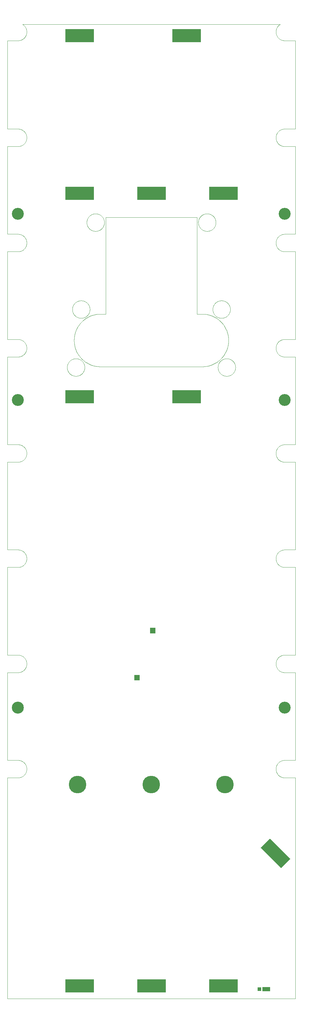
<source format=gts>
G75*
%MOIN*%
%OFA0B0*%
%FSLAX25Y25*%
%IPPOS*%
%LPD*%
%AMOC8*
5,1,8,0,0,1.08239X$1,22.5*
%
%ADD10C,0.19685*%
%ADD11C,0.09375*%
%ADD12C,0.00000*%
%ADD13R,0.32296X0.14580*%
%ADD14R,0.08674X0.05131*%
%ADD15R,0.03950X0.03950*%
%ADD16C,0.13383*%
%ADD17C,0.13461*%
%ADD18R,0.03778X0.03778*%
D10*
X0180955Y0311229D03*
X0263632Y0311229D03*
X0346309Y0311229D03*
D11*
X0413239Y0397844D03*
X0413239Y0742922D03*
X0413239Y0952174D03*
X0114026Y0952174D03*
X0114026Y0742922D03*
X0114026Y0397844D03*
D12*
X0102215Y0071072D02*
X0425050Y0071072D01*
X0425050Y0319015D01*
X0413239Y0319015D01*
X0413239Y0319014D02*
X0412999Y0319017D01*
X0412760Y0319026D01*
X0412521Y0319040D01*
X0412282Y0319061D01*
X0412043Y0319087D01*
X0411806Y0319119D01*
X0411569Y0319157D01*
X0411333Y0319200D01*
X0411099Y0319249D01*
X0410866Y0319304D01*
X0410634Y0319365D01*
X0410403Y0319431D01*
X0410175Y0319503D01*
X0409948Y0319581D01*
X0409723Y0319663D01*
X0409500Y0319752D01*
X0409279Y0319846D01*
X0409061Y0319945D01*
X0408845Y0320049D01*
X0408632Y0320159D01*
X0408422Y0320273D01*
X0408214Y0320393D01*
X0408009Y0320518D01*
X0407808Y0320648D01*
X0407610Y0320783D01*
X0407415Y0320922D01*
X0407223Y0321066D01*
X0407035Y0321215D01*
X0406851Y0321368D01*
X0406671Y0321526D01*
X0406494Y0321688D01*
X0406321Y0321855D01*
X0406153Y0322025D01*
X0405989Y0322200D01*
X0405829Y0322378D01*
X0405673Y0322561D01*
X0405522Y0322747D01*
X0405376Y0322937D01*
X0405234Y0323130D01*
X0405097Y0323326D01*
X0404964Y0323526D01*
X0404837Y0323729D01*
X0404715Y0323935D01*
X0404597Y0324145D01*
X0404485Y0324356D01*
X0404378Y0324571D01*
X0404276Y0324788D01*
X0404180Y0325007D01*
X0404089Y0325229D01*
X0404003Y0325453D01*
X0403923Y0325679D01*
X0403849Y0325907D01*
X0403780Y0326136D01*
X0403716Y0326367D01*
X0403658Y0326600D01*
X0403606Y0326834D01*
X0403560Y0327069D01*
X0403519Y0327305D01*
X0403484Y0327543D01*
X0403455Y0327780D01*
X0403432Y0328019D01*
X0403414Y0328258D01*
X0403403Y0328498D01*
X0403397Y0328737D01*
X0403397Y0328977D01*
X0403403Y0329216D01*
X0403414Y0329456D01*
X0403432Y0329695D01*
X0403455Y0329934D01*
X0403484Y0330171D01*
X0403519Y0330409D01*
X0403560Y0330645D01*
X0403606Y0330880D01*
X0403658Y0331114D01*
X0403716Y0331347D01*
X0403780Y0331578D01*
X0403849Y0331807D01*
X0403923Y0332035D01*
X0404003Y0332261D01*
X0404089Y0332485D01*
X0404180Y0332707D01*
X0404276Y0332926D01*
X0404378Y0333143D01*
X0404485Y0333358D01*
X0404597Y0333569D01*
X0404715Y0333779D01*
X0404837Y0333985D01*
X0404964Y0334188D01*
X0405097Y0334388D01*
X0405234Y0334584D01*
X0405376Y0334777D01*
X0405522Y0334967D01*
X0405673Y0335153D01*
X0405829Y0335336D01*
X0405989Y0335514D01*
X0406153Y0335689D01*
X0406321Y0335859D01*
X0406494Y0336026D01*
X0406671Y0336188D01*
X0406851Y0336346D01*
X0407035Y0336499D01*
X0407223Y0336648D01*
X0407415Y0336792D01*
X0407610Y0336931D01*
X0407808Y0337066D01*
X0408009Y0337196D01*
X0408214Y0337321D01*
X0408422Y0337441D01*
X0408632Y0337555D01*
X0408845Y0337665D01*
X0409061Y0337769D01*
X0409279Y0337868D01*
X0409500Y0337962D01*
X0409723Y0338051D01*
X0409948Y0338133D01*
X0410175Y0338211D01*
X0410403Y0338283D01*
X0410634Y0338349D01*
X0410866Y0338410D01*
X0411099Y0338465D01*
X0411333Y0338514D01*
X0411569Y0338557D01*
X0411806Y0338595D01*
X0412043Y0338627D01*
X0412282Y0338653D01*
X0412521Y0338674D01*
X0412760Y0338688D01*
X0412999Y0338697D01*
X0413239Y0338700D01*
X0425050Y0338700D01*
X0425050Y0437125D01*
X0413239Y0437125D01*
X0413239Y0437124D02*
X0412999Y0437127D01*
X0412760Y0437136D01*
X0412521Y0437150D01*
X0412282Y0437171D01*
X0412043Y0437197D01*
X0411806Y0437229D01*
X0411569Y0437267D01*
X0411333Y0437310D01*
X0411099Y0437359D01*
X0410866Y0437414D01*
X0410634Y0437475D01*
X0410403Y0437541D01*
X0410175Y0437613D01*
X0409948Y0437691D01*
X0409723Y0437773D01*
X0409500Y0437862D01*
X0409279Y0437956D01*
X0409061Y0438055D01*
X0408845Y0438159D01*
X0408632Y0438269D01*
X0408422Y0438383D01*
X0408214Y0438503D01*
X0408009Y0438628D01*
X0407808Y0438758D01*
X0407610Y0438893D01*
X0407415Y0439032D01*
X0407223Y0439176D01*
X0407035Y0439325D01*
X0406851Y0439478D01*
X0406671Y0439636D01*
X0406494Y0439798D01*
X0406321Y0439965D01*
X0406153Y0440135D01*
X0405989Y0440310D01*
X0405829Y0440488D01*
X0405673Y0440671D01*
X0405522Y0440857D01*
X0405376Y0441047D01*
X0405234Y0441240D01*
X0405097Y0441436D01*
X0404964Y0441636D01*
X0404837Y0441839D01*
X0404715Y0442045D01*
X0404597Y0442255D01*
X0404485Y0442466D01*
X0404378Y0442681D01*
X0404276Y0442898D01*
X0404180Y0443117D01*
X0404089Y0443339D01*
X0404003Y0443563D01*
X0403923Y0443789D01*
X0403849Y0444017D01*
X0403780Y0444246D01*
X0403716Y0444477D01*
X0403658Y0444710D01*
X0403606Y0444944D01*
X0403560Y0445179D01*
X0403519Y0445415D01*
X0403484Y0445653D01*
X0403455Y0445890D01*
X0403432Y0446129D01*
X0403414Y0446368D01*
X0403403Y0446608D01*
X0403397Y0446847D01*
X0403397Y0447087D01*
X0403403Y0447326D01*
X0403414Y0447566D01*
X0403432Y0447805D01*
X0403455Y0448044D01*
X0403484Y0448281D01*
X0403519Y0448519D01*
X0403560Y0448755D01*
X0403606Y0448990D01*
X0403658Y0449224D01*
X0403716Y0449457D01*
X0403780Y0449688D01*
X0403849Y0449917D01*
X0403923Y0450145D01*
X0404003Y0450371D01*
X0404089Y0450595D01*
X0404180Y0450817D01*
X0404276Y0451036D01*
X0404378Y0451253D01*
X0404485Y0451468D01*
X0404597Y0451679D01*
X0404715Y0451889D01*
X0404837Y0452095D01*
X0404964Y0452298D01*
X0405097Y0452498D01*
X0405234Y0452694D01*
X0405376Y0452887D01*
X0405522Y0453077D01*
X0405673Y0453263D01*
X0405829Y0453446D01*
X0405989Y0453624D01*
X0406153Y0453799D01*
X0406321Y0453969D01*
X0406494Y0454136D01*
X0406671Y0454298D01*
X0406851Y0454456D01*
X0407035Y0454609D01*
X0407223Y0454758D01*
X0407415Y0454902D01*
X0407610Y0455041D01*
X0407808Y0455176D01*
X0408009Y0455306D01*
X0408214Y0455431D01*
X0408422Y0455551D01*
X0408632Y0455665D01*
X0408845Y0455775D01*
X0409061Y0455879D01*
X0409279Y0455978D01*
X0409500Y0456072D01*
X0409723Y0456161D01*
X0409948Y0456243D01*
X0410175Y0456321D01*
X0410403Y0456393D01*
X0410634Y0456459D01*
X0410866Y0456520D01*
X0411099Y0456575D01*
X0411333Y0456624D01*
X0411569Y0456667D01*
X0411806Y0456705D01*
X0412043Y0456737D01*
X0412282Y0456763D01*
X0412521Y0456784D01*
X0412760Y0456798D01*
X0412999Y0456807D01*
X0413239Y0456810D01*
X0425050Y0456810D01*
X0425050Y0555235D01*
X0413239Y0555235D01*
X0412999Y0555238D01*
X0412760Y0555247D01*
X0412521Y0555261D01*
X0412282Y0555282D01*
X0412043Y0555308D01*
X0411806Y0555340D01*
X0411569Y0555378D01*
X0411333Y0555421D01*
X0411099Y0555470D01*
X0410866Y0555525D01*
X0410634Y0555586D01*
X0410403Y0555652D01*
X0410175Y0555724D01*
X0409948Y0555802D01*
X0409723Y0555884D01*
X0409500Y0555973D01*
X0409279Y0556067D01*
X0409061Y0556166D01*
X0408845Y0556270D01*
X0408632Y0556380D01*
X0408422Y0556494D01*
X0408214Y0556614D01*
X0408009Y0556739D01*
X0407808Y0556869D01*
X0407610Y0557004D01*
X0407415Y0557143D01*
X0407223Y0557287D01*
X0407035Y0557436D01*
X0406851Y0557589D01*
X0406671Y0557747D01*
X0406494Y0557909D01*
X0406321Y0558076D01*
X0406153Y0558246D01*
X0405989Y0558421D01*
X0405829Y0558599D01*
X0405673Y0558782D01*
X0405522Y0558968D01*
X0405376Y0559158D01*
X0405234Y0559351D01*
X0405097Y0559547D01*
X0404964Y0559747D01*
X0404837Y0559950D01*
X0404715Y0560157D01*
X0404597Y0560366D01*
X0404485Y0560577D01*
X0404378Y0560792D01*
X0404276Y0561009D01*
X0404180Y0561228D01*
X0404089Y0561450D01*
X0404003Y0561674D01*
X0403923Y0561900D01*
X0403849Y0562128D01*
X0403780Y0562357D01*
X0403716Y0562588D01*
X0403658Y0562821D01*
X0403606Y0563055D01*
X0403560Y0563290D01*
X0403519Y0563526D01*
X0403484Y0563764D01*
X0403455Y0564001D01*
X0403432Y0564240D01*
X0403414Y0564479D01*
X0403403Y0564719D01*
X0403397Y0564958D01*
X0403397Y0565198D01*
X0403403Y0565437D01*
X0403414Y0565677D01*
X0403432Y0565916D01*
X0403455Y0566155D01*
X0403484Y0566392D01*
X0403519Y0566630D01*
X0403560Y0566866D01*
X0403606Y0567101D01*
X0403658Y0567335D01*
X0403716Y0567568D01*
X0403780Y0567799D01*
X0403849Y0568028D01*
X0403923Y0568256D01*
X0404003Y0568482D01*
X0404089Y0568706D01*
X0404180Y0568928D01*
X0404276Y0569147D01*
X0404378Y0569364D01*
X0404485Y0569579D01*
X0404597Y0569790D01*
X0404715Y0570000D01*
X0404837Y0570206D01*
X0404964Y0570409D01*
X0405097Y0570609D01*
X0405234Y0570805D01*
X0405376Y0570998D01*
X0405522Y0571188D01*
X0405673Y0571374D01*
X0405829Y0571557D01*
X0405989Y0571735D01*
X0406153Y0571910D01*
X0406321Y0572080D01*
X0406494Y0572247D01*
X0406671Y0572409D01*
X0406851Y0572567D01*
X0407035Y0572720D01*
X0407223Y0572869D01*
X0407415Y0573013D01*
X0407610Y0573152D01*
X0407808Y0573287D01*
X0408009Y0573417D01*
X0408214Y0573542D01*
X0408422Y0573662D01*
X0408632Y0573776D01*
X0408845Y0573886D01*
X0409061Y0573990D01*
X0409279Y0574089D01*
X0409500Y0574183D01*
X0409723Y0574272D01*
X0409948Y0574354D01*
X0410175Y0574432D01*
X0410403Y0574504D01*
X0410634Y0574570D01*
X0410866Y0574631D01*
X0411099Y0574686D01*
X0411333Y0574735D01*
X0411569Y0574778D01*
X0411806Y0574816D01*
X0412043Y0574848D01*
X0412282Y0574874D01*
X0412521Y0574895D01*
X0412760Y0574909D01*
X0412999Y0574918D01*
X0413239Y0574921D01*
X0413239Y0574920D02*
X0425050Y0574920D01*
X0425050Y0673345D01*
X0413239Y0673345D01*
X0412999Y0673348D01*
X0412760Y0673357D01*
X0412521Y0673371D01*
X0412282Y0673392D01*
X0412043Y0673418D01*
X0411806Y0673450D01*
X0411569Y0673488D01*
X0411333Y0673531D01*
X0411099Y0673580D01*
X0410866Y0673635D01*
X0410634Y0673696D01*
X0410403Y0673762D01*
X0410175Y0673834D01*
X0409948Y0673912D01*
X0409723Y0673994D01*
X0409500Y0674083D01*
X0409279Y0674177D01*
X0409061Y0674276D01*
X0408845Y0674380D01*
X0408632Y0674490D01*
X0408422Y0674604D01*
X0408214Y0674724D01*
X0408009Y0674849D01*
X0407808Y0674979D01*
X0407610Y0675114D01*
X0407415Y0675253D01*
X0407223Y0675397D01*
X0407035Y0675546D01*
X0406851Y0675699D01*
X0406671Y0675857D01*
X0406494Y0676019D01*
X0406321Y0676186D01*
X0406153Y0676356D01*
X0405989Y0676531D01*
X0405829Y0676709D01*
X0405673Y0676892D01*
X0405522Y0677078D01*
X0405376Y0677268D01*
X0405234Y0677461D01*
X0405097Y0677657D01*
X0404964Y0677857D01*
X0404837Y0678060D01*
X0404715Y0678267D01*
X0404597Y0678476D01*
X0404485Y0678687D01*
X0404378Y0678902D01*
X0404276Y0679119D01*
X0404180Y0679338D01*
X0404089Y0679560D01*
X0404003Y0679784D01*
X0403923Y0680010D01*
X0403849Y0680238D01*
X0403780Y0680467D01*
X0403716Y0680698D01*
X0403658Y0680931D01*
X0403606Y0681165D01*
X0403560Y0681400D01*
X0403519Y0681636D01*
X0403484Y0681874D01*
X0403455Y0682111D01*
X0403432Y0682350D01*
X0403414Y0682589D01*
X0403403Y0682829D01*
X0403397Y0683068D01*
X0403397Y0683308D01*
X0403403Y0683547D01*
X0403414Y0683787D01*
X0403432Y0684026D01*
X0403455Y0684265D01*
X0403484Y0684502D01*
X0403519Y0684740D01*
X0403560Y0684976D01*
X0403606Y0685211D01*
X0403658Y0685445D01*
X0403716Y0685678D01*
X0403780Y0685909D01*
X0403849Y0686138D01*
X0403923Y0686366D01*
X0404003Y0686592D01*
X0404089Y0686816D01*
X0404180Y0687038D01*
X0404276Y0687257D01*
X0404378Y0687474D01*
X0404485Y0687689D01*
X0404597Y0687900D01*
X0404715Y0688110D01*
X0404837Y0688316D01*
X0404964Y0688519D01*
X0405097Y0688719D01*
X0405234Y0688915D01*
X0405376Y0689108D01*
X0405522Y0689298D01*
X0405673Y0689484D01*
X0405829Y0689667D01*
X0405989Y0689845D01*
X0406153Y0690020D01*
X0406321Y0690190D01*
X0406494Y0690357D01*
X0406671Y0690519D01*
X0406851Y0690677D01*
X0407035Y0690830D01*
X0407223Y0690979D01*
X0407415Y0691123D01*
X0407610Y0691262D01*
X0407808Y0691397D01*
X0408009Y0691527D01*
X0408214Y0691652D01*
X0408422Y0691772D01*
X0408632Y0691886D01*
X0408845Y0691996D01*
X0409061Y0692100D01*
X0409279Y0692199D01*
X0409500Y0692293D01*
X0409723Y0692382D01*
X0409948Y0692464D01*
X0410175Y0692542D01*
X0410403Y0692614D01*
X0410634Y0692680D01*
X0410866Y0692741D01*
X0411099Y0692796D01*
X0411333Y0692845D01*
X0411569Y0692888D01*
X0411806Y0692926D01*
X0412043Y0692958D01*
X0412282Y0692984D01*
X0412521Y0693005D01*
X0412760Y0693019D01*
X0412999Y0693028D01*
X0413239Y0693031D01*
X0413239Y0693030D02*
X0425050Y0693030D01*
X0425050Y0791456D01*
X0413239Y0791456D01*
X0413239Y0791455D02*
X0412999Y0791458D01*
X0412760Y0791467D01*
X0412521Y0791481D01*
X0412282Y0791502D01*
X0412043Y0791528D01*
X0411806Y0791560D01*
X0411569Y0791598D01*
X0411333Y0791641D01*
X0411099Y0791690D01*
X0410866Y0791745D01*
X0410634Y0791806D01*
X0410403Y0791872D01*
X0410175Y0791944D01*
X0409948Y0792022D01*
X0409723Y0792104D01*
X0409500Y0792193D01*
X0409279Y0792287D01*
X0409061Y0792386D01*
X0408845Y0792490D01*
X0408632Y0792600D01*
X0408422Y0792714D01*
X0408214Y0792834D01*
X0408009Y0792959D01*
X0407808Y0793089D01*
X0407610Y0793224D01*
X0407415Y0793363D01*
X0407223Y0793507D01*
X0407035Y0793656D01*
X0406851Y0793809D01*
X0406671Y0793967D01*
X0406494Y0794129D01*
X0406321Y0794296D01*
X0406153Y0794466D01*
X0405989Y0794641D01*
X0405829Y0794819D01*
X0405673Y0795002D01*
X0405522Y0795188D01*
X0405376Y0795378D01*
X0405234Y0795571D01*
X0405097Y0795767D01*
X0404964Y0795967D01*
X0404837Y0796170D01*
X0404715Y0796377D01*
X0404597Y0796586D01*
X0404485Y0796797D01*
X0404378Y0797012D01*
X0404276Y0797229D01*
X0404180Y0797448D01*
X0404089Y0797670D01*
X0404003Y0797894D01*
X0403923Y0798120D01*
X0403849Y0798348D01*
X0403780Y0798577D01*
X0403716Y0798808D01*
X0403658Y0799041D01*
X0403606Y0799275D01*
X0403560Y0799510D01*
X0403519Y0799746D01*
X0403484Y0799984D01*
X0403455Y0800221D01*
X0403432Y0800460D01*
X0403414Y0800699D01*
X0403403Y0800939D01*
X0403397Y0801178D01*
X0403397Y0801418D01*
X0403403Y0801657D01*
X0403414Y0801897D01*
X0403432Y0802136D01*
X0403455Y0802375D01*
X0403484Y0802612D01*
X0403519Y0802850D01*
X0403560Y0803086D01*
X0403606Y0803321D01*
X0403658Y0803555D01*
X0403716Y0803788D01*
X0403780Y0804019D01*
X0403849Y0804248D01*
X0403923Y0804476D01*
X0404003Y0804702D01*
X0404089Y0804926D01*
X0404180Y0805148D01*
X0404276Y0805367D01*
X0404378Y0805584D01*
X0404485Y0805799D01*
X0404597Y0806010D01*
X0404715Y0806220D01*
X0404837Y0806426D01*
X0404964Y0806629D01*
X0405097Y0806829D01*
X0405234Y0807025D01*
X0405376Y0807218D01*
X0405522Y0807408D01*
X0405673Y0807594D01*
X0405829Y0807777D01*
X0405989Y0807955D01*
X0406153Y0808130D01*
X0406321Y0808300D01*
X0406494Y0808467D01*
X0406671Y0808629D01*
X0406851Y0808787D01*
X0407035Y0808940D01*
X0407223Y0809089D01*
X0407415Y0809233D01*
X0407610Y0809372D01*
X0407808Y0809507D01*
X0408009Y0809637D01*
X0408214Y0809762D01*
X0408422Y0809882D01*
X0408632Y0809996D01*
X0408845Y0810106D01*
X0409061Y0810210D01*
X0409279Y0810309D01*
X0409500Y0810403D01*
X0409723Y0810492D01*
X0409948Y0810574D01*
X0410175Y0810652D01*
X0410403Y0810724D01*
X0410634Y0810790D01*
X0410866Y0810851D01*
X0411099Y0810906D01*
X0411333Y0810955D01*
X0411569Y0810998D01*
X0411806Y0811036D01*
X0412043Y0811068D01*
X0412282Y0811094D01*
X0412521Y0811115D01*
X0412760Y0811129D01*
X0412999Y0811138D01*
X0413239Y0811141D01*
X0425050Y0811141D01*
X0425050Y0909566D01*
X0413239Y0909566D01*
X0413239Y0909565D02*
X0412999Y0909568D01*
X0412760Y0909577D01*
X0412521Y0909591D01*
X0412282Y0909612D01*
X0412043Y0909638D01*
X0411806Y0909670D01*
X0411569Y0909708D01*
X0411333Y0909751D01*
X0411099Y0909800D01*
X0410866Y0909855D01*
X0410634Y0909916D01*
X0410403Y0909982D01*
X0410175Y0910054D01*
X0409948Y0910132D01*
X0409723Y0910214D01*
X0409500Y0910303D01*
X0409279Y0910397D01*
X0409061Y0910496D01*
X0408845Y0910600D01*
X0408632Y0910710D01*
X0408422Y0910824D01*
X0408214Y0910944D01*
X0408009Y0911069D01*
X0407808Y0911199D01*
X0407610Y0911334D01*
X0407415Y0911473D01*
X0407223Y0911617D01*
X0407035Y0911766D01*
X0406851Y0911919D01*
X0406671Y0912077D01*
X0406494Y0912239D01*
X0406321Y0912406D01*
X0406153Y0912576D01*
X0405989Y0912751D01*
X0405829Y0912929D01*
X0405673Y0913112D01*
X0405522Y0913298D01*
X0405376Y0913488D01*
X0405234Y0913681D01*
X0405097Y0913877D01*
X0404964Y0914077D01*
X0404837Y0914280D01*
X0404715Y0914487D01*
X0404597Y0914696D01*
X0404485Y0914907D01*
X0404378Y0915122D01*
X0404276Y0915339D01*
X0404180Y0915558D01*
X0404089Y0915780D01*
X0404003Y0916004D01*
X0403923Y0916230D01*
X0403849Y0916458D01*
X0403780Y0916687D01*
X0403716Y0916918D01*
X0403658Y0917151D01*
X0403606Y0917385D01*
X0403560Y0917620D01*
X0403519Y0917856D01*
X0403484Y0918094D01*
X0403455Y0918331D01*
X0403432Y0918570D01*
X0403414Y0918809D01*
X0403403Y0919049D01*
X0403397Y0919288D01*
X0403397Y0919528D01*
X0403403Y0919767D01*
X0403414Y0920007D01*
X0403432Y0920246D01*
X0403455Y0920485D01*
X0403484Y0920722D01*
X0403519Y0920960D01*
X0403560Y0921196D01*
X0403606Y0921431D01*
X0403658Y0921665D01*
X0403716Y0921898D01*
X0403780Y0922129D01*
X0403849Y0922358D01*
X0403923Y0922586D01*
X0404003Y0922812D01*
X0404089Y0923036D01*
X0404180Y0923258D01*
X0404276Y0923477D01*
X0404378Y0923694D01*
X0404485Y0923909D01*
X0404597Y0924120D01*
X0404715Y0924330D01*
X0404837Y0924536D01*
X0404964Y0924739D01*
X0405097Y0924939D01*
X0405234Y0925135D01*
X0405376Y0925328D01*
X0405522Y0925518D01*
X0405673Y0925704D01*
X0405829Y0925887D01*
X0405989Y0926065D01*
X0406153Y0926240D01*
X0406321Y0926410D01*
X0406494Y0926577D01*
X0406671Y0926739D01*
X0406851Y0926897D01*
X0407035Y0927050D01*
X0407223Y0927199D01*
X0407415Y0927343D01*
X0407610Y0927482D01*
X0407808Y0927617D01*
X0408009Y0927747D01*
X0408214Y0927872D01*
X0408422Y0927992D01*
X0408632Y0928106D01*
X0408845Y0928216D01*
X0409061Y0928320D01*
X0409279Y0928419D01*
X0409500Y0928513D01*
X0409723Y0928602D01*
X0409948Y0928684D01*
X0410175Y0928762D01*
X0410403Y0928834D01*
X0410634Y0928900D01*
X0410866Y0928961D01*
X0411099Y0929016D01*
X0411333Y0929065D01*
X0411569Y0929108D01*
X0411806Y0929146D01*
X0412043Y0929178D01*
X0412282Y0929204D01*
X0412521Y0929225D01*
X0412760Y0929239D01*
X0412999Y0929248D01*
X0413239Y0929251D01*
X0425050Y0929251D01*
X0425050Y1027676D01*
X0413239Y1027676D01*
X0412999Y1027679D01*
X0412760Y1027688D01*
X0412521Y1027702D01*
X0412282Y1027723D01*
X0412043Y1027749D01*
X0411806Y1027781D01*
X0411569Y1027819D01*
X0411333Y1027862D01*
X0411099Y1027911D01*
X0410866Y1027966D01*
X0410634Y1028027D01*
X0410403Y1028093D01*
X0410175Y1028165D01*
X0409948Y1028243D01*
X0409723Y1028325D01*
X0409500Y1028414D01*
X0409279Y1028508D01*
X0409061Y1028607D01*
X0408845Y1028711D01*
X0408632Y1028821D01*
X0408422Y1028935D01*
X0408214Y1029055D01*
X0408009Y1029180D01*
X0407808Y1029310D01*
X0407610Y1029445D01*
X0407415Y1029584D01*
X0407223Y1029728D01*
X0407035Y1029877D01*
X0406851Y1030030D01*
X0406671Y1030188D01*
X0406494Y1030350D01*
X0406321Y1030517D01*
X0406153Y1030687D01*
X0405989Y1030862D01*
X0405829Y1031040D01*
X0405673Y1031223D01*
X0405522Y1031409D01*
X0405376Y1031599D01*
X0405234Y1031792D01*
X0405097Y1031988D01*
X0404964Y1032188D01*
X0404837Y1032391D01*
X0404715Y1032598D01*
X0404597Y1032807D01*
X0404485Y1033018D01*
X0404378Y1033233D01*
X0404276Y1033450D01*
X0404180Y1033669D01*
X0404089Y1033891D01*
X0404003Y1034115D01*
X0403923Y1034341D01*
X0403849Y1034569D01*
X0403780Y1034798D01*
X0403716Y1035029D01*
X0403658Y1035262D01*
X0403606Y1035496D01*
X0403560Y1035731D01*
X0403519Y1035967D01*
X0403484Y1036205D01*
X0403455Y1036442D01*
X0403432Y1036681D01*
X0403414Y1036920D01*
X0403403Y1037160D01*
X0403397Y1037399D01*
X0403397Y1037639D01*
X0403403Y1037878D01*
X0403414Y1038118D01*
X0403432Y1038357D01*
X0403455Y1038596D01*
X0403484Y1038833D01*
X0403519Y1039071D01*
X0403560Y1039307D01*
X0403606Y1039542D01*
X0403658Y1039776D01*
X0403716Y1040009D01*
X0403780Y1040240D01*
X0403849Y1040469D01*
X0403923Y1040697D01*
X0404003Y1040923D01*
X0404089Y1041147D01*
X0404180Y1041369D01*
X0404276Y1041588D01*
X0404378Y1041805D01*
X0404485Y1042020D01*
X0404597Y1042231D01*
X0404715Y1042441D01*
X0404837Y1042647D01*
X0404964Y1042850D01*
X0405097Y1043050D01*
X0405234Y1043246D01*
X0405376Y1043439D01*
X0405522Y1043629D01*
X0405673Y1043815D01*
X0405829Y1043998D01*
X0405989Y1044176D01*
X0406153Y1044351D01*
X0406321Y1044521D01*
X0406494Y1044688D01*
X0406671Y1044850D01*
X0406851Y1045008D01*
X0407035Y1045161D01*
X0407223Y1045310D01*
X0407415Y1045454D01*
X0407610Y1045593D01*
X0407808Y1045728D01*
X0408009Y1045858D01*
X0408214Y1045983D01*
X0408422Y1046103D01*
X0408632Y1046217D01*
X0408845Y1046327D01*
X0409061Y1046431D01*
X0409279Y1046530D01*
X0409500Y1046624D01*
X0409723Y1046713D01*
X0409948Y1046795D01*
X0410175Y1046873D01*
X0410403Y1046945D01*
X0410634Y1047011D01*
X0410866Y1047072D01*
X0411099Y1047127D01*
X0411333Y1047176D01*
X0411569Y1047219D01*
X0411806Y1047257D01*
X0412043Y1047289D01*
X0412282Y1047315D01*
X0412521Y1047336D01*
X0412760Y1047350D01*
X0412999Y1047359D01*
X0413239Y1047362D01*
X0413239Y1047361D02*
X0425050Y1047361D01*
X0425050Y1146466D01*
X0413239Y1146466D01*
X0413239Y1146465D02*
X0412999Y1146468D01*
X0412760Y1146477D01*
X0412520Y1146491D01*
X0412282Y1146512D01*
X0412043Y1146538D01*
X0411806Y1146570D01*
X0411569Y1146608D01*
X0411333Y1146651D01*
X0411099Y1146701D01*
X0410865Y1146756D01*
X0410633Y1146816D01*
X0410403Y1146882D01*
X0410174Y1146954D01*
X0409947Y1147032D01*
X0409722Y1147115D01*
X0409500Y1147203D01*
X0409279Y1147297D01*
X0409061Y1147396D01*
X0408845Y1147500D01*
X0408632Y1147610D01*
X0408421Y1147725D01*
X0408214Y1147845D01*
X0408009Y1147969D01*
X0407807Y1148099D01*
X0407609Y1148234D01*
X0407414Y1148373D01*
X0407223Y1148518D01*
X0407035Y1148667D01*
X0406851Y1148820D01*
X0406670Y1148978D01*
X0406494Y1149140D01*
X0406321Y1149306D01*
X0406152Y1149477D01*
X0405988Y1149651D01*
X0405828Y1149830D01*
X0405673Y1150012D01*
X0405522Y1150198D01*
X0405375Y1150388D01*
X0405233Y1150581D01*
X0405096Y1150778D01*
X0404964Y1150978D01*
X0404837Y1151181D01*
X0404714Y1151387D01*
X0404597Y1151596D01*
X0404485Y1151808D01*
X0404378Y1152023D01*
X0404276Y1152240D01*
X0404180Y1152459D01*
X0404089Y1152681D01*
X0404003Y1152905D01*
X0403923Y1153131D01*
X0403848Y1153359D01*
X0403779Y1153588D01*
X0403716Y1153820D01*
X0403658Y1154052D01*
X0403606Y1154286D01*
X0403559Y1154521D01*
X0403519Y1154758D01*
X0403484Y1154995D01*
X0403455Y1155233D01*
X0403432Y1155471D01*
X0403414Y1155710D01*
X0403403Y1155950D01*
X0403397Y1156190D01*
X0403397Y1156429D01*
X0403403Y1156669D01*
X0403414Y1156908D01*
X0403432Y1157148D01*
X0403455Y1157386D01*
X0403484Y1157624D01*
X0403519Y1157861D01*
X0403560Y1158097D01*
X0403606Y1158333D01*
X0403659Y1158567D01*
X0403716Y1158799D01*
X0403780Y1159030D01*
X0403849Y1159260D01*
X0403924Y1159488D01*
X0404004Y1159714D01*
X0404090Y1159938D01*
X0404181Y1160159D01*
X0404277Y1160379D01*
X0404379Y1160596D01*
X0404486Y1160810D01*
X0404598Y1161022D01*
X0404716Y1161231D01*
X0404838Y1161437D01*
X0404966Y1161640D01*
X0405098Y1161840D01*
X0405235Y1162037D01*
X0405377Y1162230D01*
X0405523Y1162420D01*
X0405675Y1162606D01*
X0405830Y1162788D01*
X0405990Y1162967D01*
X0406155Y1163141D01*
X0406323Y1163312D01*
X0406496Y1163478D01*
X0406672Y1163640D01*
X0406853Y1163798D01*
X0407037Y1163951D01*
X0407225Y1164100D01*
X0407417Y1164244D01*
X0407612Y1164384D01*
X0407810Y1164518D01*
X0408011Y1164648D01*
X0408216Y1164773D01*
X0119049Y1164773D01*
X0119254Y1164648D01*
X0119455Y1164518D01*
X0119653Y1164384D01*
X0119848Y1164244D01*
X0120040Y1164100D01*
X0120228Y1163951D01*
X0120412Y1163798D01*
X0120593Y1163640D01*
X0120769Y1163478D01*
X0120942Y1163312D01*
X0121110Y1163141D01*
X0121275Y1162967D01*
X0121435Y1162788D01*
X0121590Y1162606D01*
X0121742Y1162420D01*
X0121888Y1162230D01*
X0122030Y1162037D01*
X0122167Y1161840D01*
X0122299Y1161640D01*
X0122427Y1161437D01*
X0122549Y1161231D01*
X0122667Y1161022D01*
X0122779Y1160810D01*
X0122886Y1160596D01*
X0122988Y1160379D01*
X0123084Y1160159D01*
X0123175Y1159938D01*
X0123261Y1159714D01*
X0123341Y1159488D01*
X0123416Y1159260D01*
X0123485Y1159030D01*
X0123549Y1158799D01*
X0123606Y1158567D01*
X0123659Y1158333D01*
X0123705Y1158097D01*
X0123746Y1157861D01*
X0123781Y1157624D01*
X0123810Y1157386D01*
X0123833Y1157148D01*
X0123851Y1156908D01*
X0123862Y1156669D01*
X0123868Y1156429D01*
X0123868Y1156190D01*
X0123862Y1155950D01*
X0123851Y1155710D01*
X0123833Y1155471D01*
X0123810Y1155233D01*
X0123781Y1154995D01*
X0123746Y1154758D01*
X0123706Y1154521D01*
X0123659Y1154286D01*
X0123607Y1154052D01*
X0123549Y1153820D01*
X0123486Y1153588D01*
X0123417Y1153359D01*
X0123342Y1153131D01*
X0123262Y1152905D01*
X0123176Y1152681D01*
X0123085Y1152459D01*
X0122989Y1152240D01*
X0122887Y1152023D01*
X0122780Y1151808D01*
X0122668Y1151596D01*
X0122551Y1151387D01*
X0122428Y1151181D01*
X0122301Y1150978D01*
X0122169Y1150778D01*
X0122032Y1150581D01*
X0121890Y1150388D01*
X0121743Y1150198D01*
X0121592Y1150012D01*
X0121437Y1149830D01*
X0121277Y1149651D01*
X0121113Y1149477D01*
X0120944Y1149306D01*
X0120771Y1149140D01*
X0120595Y1148978D01*
X0120414Y1148820D01*
X0120230Y1148667D01*
X0120042Y1148518D01*
X0119851Y1148373D01*
X0119656Y1148234D01*
X0119458Y1148099D01*
X0119256Y1147969D01*
X0119051Y1147845D01*
X0118844Y1147725D01*
X0118633Y1147610D01*
X0118420Y1147500D01*
X0118204Y1147396D01*
X0117986Y1147297D01*
X0117765Y1147203D01*
X0117543Y1147115D01*
X0117318Y1147032D01*
X0117091Y1146954D01*
X0116862Y1146882D01*
X0116632Y1146816D01*
X0116400Y1146756D01*
X0116166Y1146701D01*
X0115932Y1146651D01*
X0115696Y1146608D01*
X0115459Y1146570D01*
X0115222Y1146538D01*
X0114983Y1146512D01*
X0114745Y1146491D01*
X0114505Y1146477D01*
X0114266Y1146468D01*
X0114026Y1146465D01*
X0114026Y1146466D02*
X0102215Y1146466D01*
X0102215Y1047361D01*
X0114026Y1047361D01*
X0114026Y1047362D02*
X0114266Y1047359D01*
X0114505Y1047350D01*
X0114744Y1047336D01*
X0114983Y1047315D01*
X0115222Y1047289D01*
X0115459Y1047257D01*
X0115696Y1047219D01*
X0115932Y1047176D01*
X0116166Y1047127D01*
X0116399Y1047072D01*
X0116631Y1047011D01*
X0116862Y1046945D01*
X0117090Y1046873D01*
X0117317Y1046795D01*
X0117542Y1046713D01*
X0117765Y1046624D01*
X0117986Y1046530D01*
X0118204Y1046431D01*
X0118420Y1046327D01*
X0118633Y1046217D01*
X0118843Y1046103D01*
X0119051Y1045983D01*
X0119256Y1045858D01*
X0119457Y1045728D01*
X0119655Y1045593D01*
X0119850Y1045454D01*
X0120042Y1045310D01*
X0120230Y1045161D01*
X0120414Y1045008D01*
X0120594Y1044850D01*
X0120771Y1044688D01*
X0120944Y1044521D01*
X0121112Y1044351D01*
X0121276Y1044176D01*
X0121436Y1043998D01*
X0121592Y1043815D01*
X0121743Y1043629D01*
X0121889Y1043439D01*
X0122031Y1043246D01*
X0122168Y1043050D01*
X0122301Y1042850D01*
X0122428Y1042647D01*
X0122550Y1042441D01*
X0122668Y1042231D01*
X0122780Y1042020D01*
X0122887Y1041805D01*
X0122989Y1041588D01*
X0123085Y1041369D01*
X0123176Y1041147D01*
X0123262Y1040923D01*
X0123342Y1040697D01*
X0123416Y1040469D01*
X0123485Y1040240D01*
X0123549Y1040009D01*
X0123607Y1039776D01*
X0123659Y1039542D01*
X0123705Y1039307D01*
X0123746Y1039071D01*
X0123781Y1038833D01*
X0123810Y1038596D01*
X0123833Y1038357D01*
X0123851Y1038118D01*
X0123862Y1037878D01*
X0123868Y1037639D01*
X0123868Y1037399D01*
X0123862Y1037160D01*
X0123851Y1036920D01*
X0123833Y1036681D01*
X0123810Y1036442D01*
X0123781Y1036205D01*
X0123746Y1035967D01*
X0123705Y1035731D01*
X0123659Y1035496D01*
X0123607Y1035262D01*
X0123549Y1035029D01*
X0123485Y1034798D01*
X0123416Y1034569D01*
X0123342Y1034341D01*
X0123262Y1034115D01*
X0123176Y1033891D01*
X0123085Y1033669D01*
X0122989Y1033450D01*
X0122887Y1033233D01*
X0122780Y1033018D01*
X0122668Y1032807D01*
X0122550Y1032598D01*
X0122428Y1032391D01*
X0122301Y1032188D01*
X0122168Y1031988D01*
X0122031Y1031792D01*
X0121889Y1031599D01*
X0121743Y1031409D01*
X0121592Y1031223D01*
X0121436Y1031040D01*
X0121276Y1030862D01*
X0121112Y1030687D01*
X0120944Y1030517D01*
X0120771Y1030350D01*
X0120594Y1030188D01*
X0120414Y1030030D01*
X0120230Y1029877D01*
X0120042Y1029728D01*
X0119850Y1029584D01*
X0119655Y1029445D01*
X0119457Y1029310D01*
X0119256Y1029180D01*
X0119051Y1029055D01*
X0118843Y1028935D01*
X0118633Y1028821D01*
X0118420Y1028711D01*
X0118204Y1028607D01*
X0117986Y1028508D01*
X0117765Y1028414D01*
X0117542Y1028325D01*
X0117317Y1028243D01*
X0117090Y1028165D01*
X0116862Y1028093D01*
X0116631Y1028027D01*
X0116399Y1027966D01*
X0116166Y1027911D01*
X0115932Y1027862D01*
X0115696Y1027819D01*
X0115459Y1027781D01*
X0115222Y1027749D01*
X0114983Y1027723D01*
X0114744Y1027702D01*
X0114505Y1027688D01*
X0114266Y1027679D01*
X0114026Y1027676D01*
X0102215Y1027676D01*
X0102215Y0929251D01*
X0114026Y0929251D01*
X0114266Y0929248D01*
X0114505Y0929239D01*
X0114744Y0929225D01*
X0114983Y0929204D01*
X0115222Y0929178D01*
X0115459Y0929146D01*
X0115696Y0929108D01*
X0115932Y0929065D01*
X0116166Y0929016D01*
X0116399Y0928961D01*
X0116631Y0928900D01*
X0116862Y0928834D01*
X0117090Y0928762D01*
X0117317Y0928684D01*
X0117542Y0928602D01*
X0117765Y0928513D01*
X0117986Y0928419D01*
X0118204Y0928320D01*
X0118420Y0928216D01*
X0118633Y0928106D01*
X0118843Y0927992D01*
X0119051Y0927872D01*
X0119256Y0927747D01*
X0119457Y0927617D01*
X0119655Y0927482D01*
X0119850Y0927343D01*
X0120042Y0927199D01*
X0120230Y0927050D01*
X0120414Y0926897D01*
X0120594Y0926739D01*
X0120771Y0926577D01*
X0120944Y0926410D01*
X0121112Y0926240D01*
X0121276Y0926065D01*
X0121436Y0925887D01*
X0121592Y0925704D01*
X0121743Y0925518D01*
X0121889Y0925328D01*
X0122031Y0925135D01*
X0122168Y0924939D01*
X0122301Y0924739D01*
X0122428Y0924536D01*
X0122550Y0924330D01*
X0122668Y0924120D01*
X0122780Y0923909D01*
X0122887Y0923694D01*
X0122989Y0923477D01*
X0123085Y0923258D01*
X0123176Y0923036D01*
X0123262Y0922812D01*
X0123342Y0922586D01*
X0123416Y0922358D01*
X0123485Y0922129D01*
X0123549Y0921898D01*
X0123607Y0921665D01*
X0123659Y0921431D01*
X0123705Y0921196D01*
X0123746Y0920960D01*
X0123781Y0920722D01*
X0123810Y0920485D01*
X0123833Y0920246D01*
X0123851Y0920007D01*
X0123862Y0919767D01*
X0123868Y0919528D01*
X0123868Y0919288D01*
X0123862Y0919049D01*
X0123851Y0918809D01*
X0123833Y0918570D01*
X0123810Y0918331D01*
X0123781Y0918094D01*
X0123746Y0917856D01*
X0123705Y0917620D01*
X0123659Y0917385D01*
X0123607Y0917151D01*
X0123549Y0916918D01*
X0123485Y0916687D01*
X0123416Y0916458D01*
X0123342Y0916230D01*
X0123262Y0916004D01*
X0123176Y0915780D01*
X0123085Y0915558D01*
X0122989Y0915339D01*
X0122887Y0915122D01*
X0122780Y0914907D01*
X0122668Y0914696D01*
X0122550Y0914487D01*
X0122428Y0914280D01*
X0122301Y0914077D01*
X0122168Y0913877D01*
X0122031Y0913681D01*
X0121889Y0913488D01*
X0121743Y0913298D01*
X0121592Y0913112D01*
X0121436Y0912929D01*
X0121276Y0912751D01*
X0121112Y0912576D01*
X0120944Y0912406D01*
X0120771Y0912239D01*
X0120594Y0912077D01*
X0120414Y0911919D01*
X0120230Y0911766D01*
X0120042Y0911617D01*
X0119850Y0911473D01*
X0119655Y0911334D01*
X0119457Y0911199D01*
X0119256Y0911069D01*
X0119051Y0910944D01*
X0118843Y0910824D01*
X0118633Y0910710D01*
X0118420Y0910600D01*
X0118204Y0910496D01*
X0117986Y0910397D01*
X0117765Y0910303D01*
X0117542Y0910214D01*
X0117317Y0910132D01*
X0117090Y0910054D01*
X0116862Y0909982D01*
X0116631Y0909916D01*
X0116399Y0909855D01*
X0116166Y0909800D01*
X0115932Y0909751D01*
X0115696Y0909708D01*
X0115459Y0909670D01*
X0115222Y0909638D01*
X0114983Y0909612D01*
X0114744Y0909591D01*
X0114505Y0909577D01*
X0114266Y0909568D01*
X0114026Y0909565D01*
X0114026Y0909566D02*
X0102215Y0909566D01*
X0102215Y0811141D01*
X0114026Y0811141D01*
X0114266Y0811138D01*
X0114505Y0811129D01*
X0114744Y0811115D01*
X0114983Y0811094D01*
X0115222Y0811068D01*
X0115459Y0811036D01*
X0115696Y0810998D01*
X0115932Y0810955D01*
X0116166Y0810906D01*
X0116399Y0810851D01*
X0116631Y0810790D01*
X0116862Y0810724D01*
X0117090Y0810652D01*
X0117317Y0810574D01*
X0117542Y0810492D01*
X0117765Y0810403D01*
X0117986Y0810309D01*
X0118204Y0810210D01*
X0118420Y0810106D01*
X0118633Y0809996D01*
X0118843Y0809882D01*
X0119051Y0809762D01*
X0119256Y0809637D01*
X0119457Y0809507D01*
X0119655Y0809372D01*
X0119850Y0809233D01*
X0120042Y0809089D01*
X0120230Y0808940D01*
X0120414Y0808787D01*
X0120594Y0808629D01*
X0120771Y0808467D01*
X0120944Y0808300D01*
X0121112Y0808130D01*
X0121276Y0807955D01*
X0121436Y0807777D01*
X0121592Y0807594D01*
X0121743Y0807408D01*
X0121889Y0807218D01*
X0122031Y0807025D01*
X0122168Y0806829D01*
X0122301Y0806629D01*
X0122428Y0806426D01*
X0122550Y0806220D01*
X0122668Y0806010D01*
X0122780Y0805799D01*
X0122887Y0805584D01*
X0122989Y0805367D01*
X0123085Y0805148D01*
X0123176Y0804926D01*
X0123262Y0804702D01*
X0123342Y0804476D01*
X0123416Y0804248D01*
X0123485Y0804019D01*
X0123549Y0803788D01*
X0123607Y0803555D01*
X0123659Y0803321D01*
X0123705Y0803086D01*
X0123746Y0802850D01*
X0123781Y0802612D01*
X0123810Y0802375D01*
X0123833Y0802136D01*
X0123851Y0801897D01*
X0123862Y0801657D01*
X0123868Y0801418D01*
X0123868Y0801178D01*
X0123862Y0800939D01*
X0123851Y0800699D01*
X0123833Y0800460D01*
X0123810Y0800221D01*
X0123781Y0799984D01*
X0123746Y0799746D01*
X0123705Y0799510D01*
X0123659Y0799275D01*
X0123607Y0799041D01*
X0123549Y0798808D01*
X0123485Y0798577D01*
X0123416Y0798348D01*
X0123342Y0798120D01*
X0123262Y0797894D01*
X0123176Y0797670D01*
X0123085Y0797448D01*
X0122989Y0797229D01*
X0122887Y0797012D01*
X0122780Y0796797D01*
X0122668Y0796586D01*
X0122550Y0796377D01*
X0122428Y0796170D01*
X0122301Y0795967D01*
X0122168Y0795767D01*
X0122031Y0795571D01*
X0121889Y0795378D01*
X0121743Y0795188D01*
X0121592Y0795002D01*
X0121436Y0794819D01*
X0121276Y0794641D01*
X0121112Y0794466D01*
X0120944Y0794296D01*
X0120771Y0794129D01*
X0120594Y0793967D01*
X0120414Y0793809D01*
X0120230Y0793656D01*
X0120042Y0793507D01*
X0119850Y0793363D01*
X0119655Y0793224D01*
X0119457Y0793089D01*
X0119256Y0792959D01*
X0119051Y0792834D01*
X0118843Y0792714D01*
X0118633Y0792600D01*
X0118420Y0792490D01*
X0118204Y0792386D01*
X0117986Y0792287D01*
X0117765Y0792193D01*
X0117542Y0792104D01*
X0117317Y0792022D01*
X0117090Y0791944D01*
X0116862Y0791872D01*
X0116631Y0791806D01*
X0116399Y0791745D01*
X0116166Y0791690D01*
X0115932Y0791641D01*
X0115696Y0791598D01*
X0115459Y0791560D01*
X0115222Y0791528D01*
X0114983Y0791502D01*
X0114744Y0791481D01*
X0114505Y0791467D01*
X0114266Y0791458D01*
X0114026Y0791455D01*
X0114026Y0791456D02*
X0102215Y0791456D01*
X0102215Y0693030D01*
X0114026Y0693030D01*
X0114026Y0693031D02*
X0114266Y0693028D01*
X0114505Y0693019D01*
X0114744Y0693005D01*
X0114983Y0692984D01*
X0115222Y0692958D01*
X0115459Y0692926D01*
X0115696Y0692888D01*
X0115932Y0692845D01*
X0116166Y0692796D01*
X0116399Y0692741D01*
X0116631Y0692680D01*
X0116862Y0692614D01*
X0117090Y0692542D01*
X0117317Y0692464D01*
X0117542Y0692382D01*
X0117765Y0692293D01*
X0117986Y0692199D01*
X0118204Y0692100D01*
X0118420Y0691996D01*
X0118633Y0691886D01*
X0118843Y0691772D01*
X0119051Y0691652D01*
X0119256Y0691527D01*
X0119457Y0691397D01*
X0119655Y0691262D01*
X0119850Y0691123D01*
X0120042Y0690979D01*
X0120230Y0690830D01*
X0120414Y0690677D01*
X0120594Y0690519D01*
X0120771Y0690357D01*
X0120944Y0690190D01*
X0121112Y0690020D01*
X0121276Y0689845D01*
X0121436Y0689667D01*
X0121592Y0689484D01*
X0121743Y0689298D01*
X0121889Y0689108D01*
X0122031Y0688915D01*
X0122168Y0688719D01*
X0122301Y0688519D01*
X0122428Y0688316D01*
X0122550Y0688110D01*
X0122668Y0687900D01*
X0122780Y0687689D01*
X0122887Y0687474D01*
X0122989Y0687257D01*
X0123085Y0687038D01*
X0123176Y0686816D01*
X0123262Y0686592D01*
X0123342Y0686366D01*
X0123416Y0686138D01*
X0123485Y0685909D01*
X0123549Y0685678D01*
X0123607Y0685445D01*
X0123659Y0685211D01*
X0123705Y0684976D01*
X0123746Y0684740D01*
X0123781Y0684502D01*
X0123810Y0684265D01*
X0123833Y0684026D01*
X0123851Y0683787D01*
X0123862Y0683547D01*
X0123868Y0683308D01*
X0123868Y0683068D01*
X0123862Y0682829D01*
X0123851Y0682589D01*
X0123833Y0682350D01*
X0123810Y0682111D01*
X0123781Y0681874D01*
X0123746Y0681636D01*
X0123705Y0681400D01*
X0123659Y0681165D01*
X0123607Y0680931D01*
X0123549Y0680698D01*
X0123485Y0680467D01*
X0123416Y0680238D01*
X0123342Y0680010D01*
X0123262Y0679784D01*
X0123176Y0679560D01*
X0123085Y0679338D01*
X0122989Y0679119D01*
X0122887Y0678902D01*
X0122780Y0678687D01*
X0122668Y0678476D01*
X0122550Y0678267D01*
X0122428Y0678060D01*
X0122301Y0677857D01*
X0122168Y0677657D01*
X0122031Y0677461D01*
X0121889Y0677268D01*
X0121743Y0677078D01*
X0121592Y0676892D01*
X0121436Y0676709D01*
X0121276Y0676531D01*
X0121112Y0676356D01*
X0120944Y0676186D01*
X0120771Y0676019D01*
X0120594Y0675857D01*
X0120414Y0675699D01*
X0120230Y0675546D01*
X0120042Y0675397D01*
X0119850Y0675253D01*
X0119655Y0675114D01*
X0119457Y0674979D01*
X0119256Y0674849D01*
X0119051Y0674724D01*
X0118843Y0674604D01*
X0118633Y0674490D01*
X0118420Y0674380D01*
X0118204Y0674276D01*
X0117986Y0674177D01*
X0117765Y0674083D01*
X0117542Y0673994D01*
X0117317Y0673912D01*
X0117090Y0673834D01*
X0116862Y0673762D01*
X0116631Y0673696D01*
X0116399Y0673635D01*
X0116166Y0673580D01*
X0115932Y0673531D01*
X0115696Y0673488D01*
X0115459Y0673450D01*
X0115222Y0673418D01*
X0114983Y0673392D01*
X0114744Y0673371D01*
X0114505Y0673357D01*
X0114266Y0673348D01*
X0114026Y0673345D01*
X0102215Y0673345D01*
X0102215Y0574920D01*
X0114026Y0574920D01*
X0114026Y0574921D02*
X0114266Y0574918D01*
X0114505Y0574909D01*
X0114744Y0574895D01*
X0114983Y0574874D01*
X0115222Y0574848D01*
X0115459Y0574816D01*
X0115696Y0574778D01*
X0115932Y0574735D01*
X0116166Y0574686D01*
X0116399Y0574631D01*
X0116631Y0574570D01*
X0116862Y0574504D01*
X0117090Y0574432D01*
X0117317Y0574354D01*
X0117542Y0574272D01*
X0117765Y0574183D01*
X0117986Y0574089D01*
X0118204Y0573990D01*
X0118420Y0573886D01*
X0118633Y0573776D01*
X0118843Y0573662D01*
X0119051Y0573542D01*
X0119256Y0573417D01*
X0119457Y0573287D01*
X0119655Y0573152D01*
X0119850Y0573013D01*
X0120042Y0572869D01*
X0120230Y0572720D01*
X0120414Y0572567D01*
X0120594Y0572409D01*
X0120771Y0572247D01*
X0120944Y0572080D01*
X0121112Y0571910D01*
X0121276Y0571735D01*
X0121436Y0571557D01*
X0121592Y0571374D01*
X0121743Y0571188D01*
X0121889Y0570998D01*
X0122031Y0570805D01*
X0122168Y0570609D01*
X0122301Y0570409D01*
X0122428Y0570206D01*
X0122550Y0570000D01*
X0122668Y0569790D01*
X0122780Y0569579D01*
X0122887Y0569364D01*
X0122989Y0569147D01*
X0123085Y0568928D01*
X0123176Y0568706D01*
X0123262Y0568482D01*
X0123342Y0568256D01*
X0123416Y0568028D01*
X0123485Y0567799D01*
X0123549Y0567568D01*
X0123607Y0567335D01*
X0123659Y0567101D01*
X0123705Y0566866D01*
X0123746Y0566630D01*
X0123781Y0566392D01*
X0123810Y0566155D01*
X0123833Y0565916D01*
X0123851Y0565677D01*
X0123862Y0565437D01*
X0123868Y0565198D01*
X0123868Y0564958D01*
X0123862Y0564719D01*
X0123851Y0564479D01*
X0123833Y0564240D01*
X0123810Y0564001D01*
X0123781Y0563764D01*
X0123746Y0563526D01*
X0123705Y0563290D01*
X0123659Y0563055D01*
X0123607Y0562821D01*
X0123549Y0562588D01*
X0123485Y0562357D01*
X0123416Y0562128D01*
X0123342Y0561900D01*
X0123262Y0561674D01*
X0123176Y0561450D01*
X0123085Y0561228D01*
X0122989Y0561009D01*
X0122887Y0560792D01*
X0122780Y0560577D01*
X0122668Y0560366D01*
X0122550Y0560157D01*
X0122428Y0559950D01*
X0122301Y0559747D01*
X0122168Y0559547D01*
X0122031Y0559351D01*
X0121889Y0559158D01*
X0121743Y0558968D01*
X0121592Y0558782D01*
X0121436Y0558599D01*
X0121276Y0558421D01*
X0121112Y0558246D01*
X0120944Y0558076D01*
X0120771Y0557909D01*
X0120594Y0557747D01*
X0120414Y0557589D01*
X0120230Y0557436D01*
X0120042Y0557287D01*
X0119850Y0557143D01*
X0119655Y0557004D01*
X0119457Y0556869D01*
X0119256Y0556739D01*
X0119051Y0556614D01*
X0118843Y0556494D01*
X0118633Y0556380D01*
X0118420Y0556270D01*
X0118204Y0556166D01*
X0117986Y0556067D01*
X0117765Y0555973D01*
X0117542Y0555884D01*
X0117317Y0555802D01*
X0117090Y0555724D01*
X0116862Y0555652D01*
X0116631Y0555586D01*
X0116399Y0555525D01*
X0116166Y0555470D01*
X0115932Y0555421D01*
X0115696Y0555378D01*
X0115459Y0555340D01*
X0115222Y0555308D01*
X0114983Y0555282D01*
X0114744Y0555261D01*
X0114505Y0555247D01*
X0114266Y0555238D01*
X0114026Y0555235D01*
X0102215Y0555235D01*
X0102215Y0456810D01*
X0114026Y0456810D01*
X0114266Y0456807D01*
X0114505Y0456798D01*
X0114744Y0456784D01*
X0114983Y0456763D01*
X0115222Y0456737D01*
X0115459Y0456705D01*
X0115696Y0456667D01*
X0115932Y0456624D01*
X0116166Y0456575D01*
X0116399Y0456520D01*
X0116631Y0456459D01*
X0116862Y0456393D01*
X0117090Y0456321D01*
X0117317Y0456243D01*
X0117542Y0456161D01*
X0117765Y0456072D01*
X0117986Y0455978D01*
X0118204Y0455879D01*
X0118420Y0455775D01*
X0118633Y0455665D01*
X0118843Y0455551D01*
X0119051Y0455431D01*
X0119256Y0455306D01*
X0119457Y0455176D01*
X0119655Y0455041D01*
X0119850Y0454902D01*
X0120042Y0454758D01*
X0120230Y0454609D01*
X0120414Y0454456D01*
X0120594Y0454298D01*
X0120771Y0454136D01*
X0120944Y0453969D01*
X0121112Y0453799D01*
X0121276Y0453624D01*
X0121436Y0453446D01*
X0121592Y0453263D01*
X0121743Y0453077D01*
X0121889Y0452887D01*
X0122031Y0452694D01*
X0122168Y0452498D01*
X0122301Y0452298D01*
X0122428Y0452095D01*
X0122550Y0451889D01*
X0122668Y0451679D01*
X0122780Y0451468D01*
X0122887Y0451253D01*
X0122989Y0451036D01*
X0123085Y0450817D01*
X0123176Y0450595D01*
X0123262Y0450371D01*
X0123342Y0450145D01*
X0123416Y0449917D01*
X0123485Y0449688D01*
X0123549Y0449457D01*
X0123607Y0449224D01*
X0123659Y0448990D01*
X0123705Y0448755D01*
X0123746Y0448519D01*
X0123781Y0448281D01*
X0123810Y0448044D01*
X0123833Y0447805D01*
X0123851Y0447566D01*
X0123862Y0447326D01*
X0123868Y0447087D01*
X0123868Y0446847D01*
X0123862Y0446608D01*
X0123851Y0446368D01*
X0123833Y0446129D01*
X0123810Y0445890D01*
X0123781Y0445653D01*
X0123746Y0445415D01*
X0123705Y0445179D01*
X0123659Y0444944D01*
X0123607Y0444710D01*
X0123549Y0444477D01*
X0123485Y0444246D01*
X0123416Y0444017D01*
X0123342Y0443789D01*
X0123262Y0443563D01*
X0123176Y0443339D01*
X0123085Y0443117D01*
X0122989Y0442898D01*
X0122887Y0442681D01*
X0122780Y0442466D01*
X0122668Y0442255D01*
X0122550Y0442046D01*
X0122428Y0441839D01*
X0122301Y0441636D01*
X0122168Y0441436D01*
X0122031Y0441240D01*
X0121889Y0441047D01*
X0121743Y0440857D01*
X0121592Y0440671D01*
X0121436Y0440488D01*
X0121276Y0440310D01*
X0121112Y0440135D01*
X0120944Y0439965D01*
X0120771Y0439798D01*
X0120594Y0439636D01*
X0120414Y0439478D01*
X0120230Y0439325D01*
X0120042Y0439176D01*
X0119850Y0439032D01*
X0119655Y0438893D01*
X0119457Y0438758D01*
X0119256Y0438628D01*
X0119051Y0438503D01*
X0118843Y0438383D01*
X0118633Y0438269D01*
X0118420Y0438159D01*
X0118204Y0438055D01*
X0117986Y0437956D01*
X0117765Y0437862D01*
X0117542Y0437773D01*
X0117317Y0437691D01*
X0117090Y0437613D01*
X0116862Y0437541D01*
X0116631Y0437475D01*
X0116399Y0437414D01*
X0116166Y0437359D01*
X0115932Y0437310D01*
X0115696Y0437267D01*
X0115459Y0437229D01*
X0115222Y0437197D01*
X0114983Y0437171D01*
X0114744Y0437150D01*
X0114505Y0437136D01*
X0114266Y0437127D01*
X0114026Y0437124D01*
X0114026Y0437125D02*
X0102215Y0437125D01*
X0102215Y0338700D01*
X0114026Y0338700D01*
X0114266Y0338697D01*
X0114505Y0338688D01*
X0114744Y0338674D01*
X0114983Y0338653D01*
X0115222Y0338627D01*
X0115459Y0338595D01*
X0115696Y0338557D01*
X0115932Y0338514D01*
X0116166Y0338465D01*
X0116399Y0338410D01*
X0116631Y0338349D01*
X0116862Y0338283D01*
X0117090Y0338211D01*
X0117317Y0338133D01*
X0117542Y0338051D01*
X0117765Y0337962D01*
X0117986Y0337868D01*
X0118204Y0337769D01*
X0118420Y0337665D01*
X0118633Y0337555D01*
X0118843Y0337441D01*
X0119051Y0337321D01*
X0119256Y0337196D01*
X0119457Y0337066D01*
X0119655Y0336931D01*
X0119850Y0336792D01*
X0120042Y0336648D01*
X0120230Y0336499D01*
X0120414Y0336346D01*
X0120594Y0336188D01*
X0120771Y0336026D01*
X0120944Y0335859D01*
X0121112Y0335689D01*
X0121276Y0335514D01*
X0121436Y0335336D01*
X0121592Y0335153D01*
X0121743Y0334967D01*
X0121889Y0334777D01*
X0122031Y0334584D01*
X0122168Y0334388D01*
X0122301Y0334188D01*
X0122428Y0333985D01*
X0122550Y0333779D01*
X0122668Y0333569D01*
X0122780Y0333358D01*
X0122887Y0333143D01*
X0122989Y0332926D01*
X0123085Y0332707D01*
X0123176Y0332485D01*
X0123262Y0332261D01*
X0123342Y0332035D01*
X0123416Y0331807D01*
X0123485Y0331578D01*
X0123549Y0331347D01*
X0123607Y0331114D01*
X0123659Y0330880D01*
X0123705Y0330645D01*
X0123746Y0330409D01*
X0123781Y0330171D01*
X0123810Y0329934D01*
X0123833Y0329695D01*
X0123851Y0329456D01*
X0123862Y0329216D01*
X0123868Y0328977D01*
X0123868Y0328737D01*
X0123862Y0328498D01*
X0123851Y0328258D01*
X0123833Y0328019D01*
X0123810Y0327780D01*
X0123781Y0327543D01*
X0123746Y0327305D01*
X0123705Y0327069D01*
X0123659Y0326834D01*
X0123607Y0326600D01*
X0123549Y0326367D01*
X0123485Y0326136D01*
X0123416Y0325907D01*
X0123342Y0325679D01*
X0123262Y0325453D01*
X0123176Y0325229D01*
X0123085Y0325007D01*
X0122989Y0324788D01*
X0122887Y0324571D01*
X0122780Y0324356D01*
X0122668Y0324145D01*
X0122550Y0323936D01*
X0122428Y0323729D01*
X0122301Y0323526D01*
X0122168Y0323326D01*
X0122031Y0323130D01*
X0121889Y0322937D01*
X0121743Y0322747D01*
X0121592Y0322561D01*
X0121436Y0322378D01*
X0121276Y0322200D01*
X0121112Y0322025D01*
X0120944Y0321855D01*
X0120771Y0321688D01*
X0120594Y0321526D01*
X0120414Y0321368D01*
X0120230Y0321215D01*
X0120042Y0321066D01*
X0119850Y0320922D01*
X0119655Y0320783D01*
X0119457Y0320648D01*
X0119256Y0320518D01*
X0119051Y0320393D01*
X0118843Y0320273D01*
X0118633Y0320159D01*
X0118420Y0320049D01*
X0118204Y0319945D01*
X0117986Y0319846D01*
X0117765Y0319752D01*
X0117542Y0319663D01*
X0117317Y0319581D01*
X0117090Y0319503D01*
X0116862Y0319431D01*
X0116631Y0319365D01*
X0116399Y0319304D01*
X0116166Y0319249D01*
X0115932Y0319200D01*
X0115696Y0319157D01*
X0115459Y0319119D01*
X0115222Y0319087D01*
X0114983Y0319061D01*
X0114744Y0319040D01*
X0114505Y0319026D01*
X0114266Y0319017D01*
X0114026Y0319014D01*
X0114026Y0319015D02*
X0102215Y0319015D01*
X0102215Y0071072D01*
X0179052Y0769834D02*
X0178812Y0769837D01*
X0178573Y0769846D01*
X0178334Y0769860D01*
X0178095Y0769881D01*
X0177856Y0769907D01*
X0177619Y0769939D01*
X0177382Y0769977D01*
X0177146Y0770020D01*
X0176912Y0770069D01*
X0176679Y0770124D01*
X0176447Y0770185D01*
X0176216Y0770251D01*
X0175988Y0770323D01*
X0175761Y0770401D01*
X0175536Y0770483D01*
X0175313Y0770572D01*
X0175092Y0770666D01*
X0174874Y0770765D01*
X0174658Y0770869D01*
X0174445Y0770979D01*
X0174235Y0771093D01*
X0174027Y0771213D01*
X0173822Y0771338D01*
X0173621Y0771468D01*
X0173423Y0771603D01*
X0173228Y0771742D01*
X0173036Y0771886D01*
X0172848Y0772035D01*
X0172664Y0772188D01*
X0172484Y0772346D01*
X0172307Y0772508D01*
X0172134Y0772675D01*
X0171966Y0772845D01*
X0171802Y0773020D01*
X0171642Y0773198D01*
X0171486Y0773381D01*
X0171335Y0773567D01*
X0171189Y0773757D01*
X0171047Y0773950D01*
X0170910Y0774146D01*
X0170777Y0774346D01*
X0170650Y0774549D01*
X0170528Y0774756D01*
X0170410Y0774965D01*
X0170298Y0775176D01*
X0170191Y0775391D01*
X0170089Y0775608D01*
X0169993Y0775827D01*
X0169902Y0776049D01*
X0169816Y0776273D01*
X0169736Y0776499D01*
X0169662Y0776727D01*
X0169593Y0776956D01*
X0169529Y0777187D01*
X0169471Y0777420D01*
X0169419Y0777654D01*
X0169373Y0777889D01*
X0169332Y0778125D01*
X0169297Y0778363D01*
X0169268Y0778600D01*
X0169245Y0778839D01*
X0169227Y0779078D01*
X0169216Y0779318D01*
X0169210Y0779557D01*
X0169210Y0779797D01*
X0169216Y0780036D01*
X0169227Y0780276D01*
X0169245Y0780515D01*
X0169268Y0780754D01*
X0169297Y0780991D01*
X0169332Y0781229D01*
X0169373Y0781465D01*
X0169419Y0781700D01*
X0169471Y0781934D01*
X0169529Y0782167D01*
X0169593Y0782398D01*
X0169662Y0782627D01*
X0169736Y0782855D01*
X0169816Y0783081D01*
X0169902Y0783305D01*
X0169993Y0783527D01*
X0170089Y0783746D01*
X0170191Y0783963D01*
X0170298Y0784178D01*
X0170410Y0784389D01*
X0170528Y0784599D01*
X0170650Y0784805D01*
X0170777Y0785008D01*
X0170910Y0785208D01*
X0171047Y0785404D01*
X0171189Y0785597D01*
X0171335Y0785787D01*
X0171486Y0785973D01*
X0171642Y0786156D01*
X0171802Y0786334D01*
X0171966Y0786509D01*
X0172134Y0786679D01*
X0172307Y0786846D01*
X0172484Y0787008D01*
X0172664Y0787166D01*
X0172848Y0787319D01*
X0173036Y0787468D01*
X0173228Y0787612D01*
X0173423Y0787751D01*
X0173621Y0787886D01*
X0173822Y0788016D01*
X0174027Y0788141D01*
X0174235Y0788261D01*
X0174445Y0788375D01*
X0174658Y0788485D01*
X0174874Y0788589D01*
X0175092Y0788688D01*
X0175313Y0788782D01*
X0175536Y0788871D01*
X0175761Y0788953D01*
X0175988Y0789031D01*
X0176216Y0789103D01*
X0176447Y0789169D01*
X0176679Y0789230D01*
X0176912Y0789285D01*
X0177146Y0789334D01*
X0177382Y0789377D01*
X0177619Y0789415D01*
X0177856Y0789447D01*
X0178095Y0789473D01*
X0178334Y0789494D01*
X0178573Y0789508D01*
X0178812Y0789517D01*
X0179052Y0789520D01*
X0179292Y0789517D01*
X0179531Y0789508D01*
X0179770Y0789494D01*
X0180009Y0789473D01*
X0180248Y0789447D01*
X0180485Y0789415D01*
X0180722Y0789377D01*
X0180958Y0789334D01*
X0181192Y0789285D01*
X0181425Y0789230D01*
X0181657Y0789169D01*
X0181888Y0789103D01*
X0182116Y0789031D01*
X0182343Y0788953D01*
X0182568Y0788871D01*
X0182791Y0788782D01*
X0183012Y0788688D01*
X0183230Y0788589D01*
X0183446Y0788485D01*
X0183659Y0788375D01*
X0183869Y0788261D01*
X0184077Y0788141D01*
X0184282Y0788016D01*
X0184483Y0787886D01*
X0184681Y0787751D01*
X0184876Y0787612D01*
X0185068Y0787468D01*
X0185256Y0787319D01*
X0185440Y0787166D01*
X0185620Y0787008D01*
X0185797Y0786846D01*
X0185970Y0786679D01*
X0186138Y0786509D01*
X0186302Y0786334D01*
X0186462Y0786156D01*
X0186618Y0785973D01*
X0186769Y0785787D01*
X0186915Y0785597D01*
X0187057Y0785404D01*
X0187194Y0785208D01*
X0187327Y0785008D01*
X0187454Y0784805D01*
X0187576Y0784599D01*
X0187694Y0784389D01*
X0187806Y0784178D01*
X0187913Y0783963D01*
X0188015Y0783746D01*
X0188111Y0783527D01*
X0188202Y0783305D01*
X0188288Y0783081D01*
X0188368Y0782855D01*
X0188442Y0782627D01*
X0188511Y0782398D01*
X0188575Y0782167D01*
X0188633Y0781934D01*
X0188685Y0781700D01*
X0188731Y0781465D01*
X0188772Y0781229D01*
X0188807Y0780991D01*
X0188836Y0780754D01*
X0188859Y0780515D01*
X0188877Y0780276D01*
X0188888Y0780036D01*
X0188894Y0779797D01*
X0188894Y0779557D01*
X0188888Y0779318D01*
X0188877Y0779078D01*
X0188859Y0778839D01*
X0188836Y0778600D01*
X0188807Y0778363D01*
X0188772Y0778125D01*
X0188731Y0777889D01*
X0188685Y0777654D01*
X0188633Y0777420D01*
X0188575Y0777187D01*
X0188511Y0776956D01*
X0188442Y0776727D01*
X0188368Y0776499D01*
X0188288Y0776273D01*
X0188202Y0776049D01*
X0188111Y0775827D01*
X0188015Y0775608D01*
X0187913Y0775391D01*
X0187806Y0775176D01*
X0187694Y0774965D01*
X0187576Y0774756D01*
X0187454Y0774549D01*
X0187327Y0774346D01*
X0187194Y0774146D01*
X0187057Y0773950D01*
X0186915Y0773757D01*
X0186769Y0773567D01*
X0186618Y0773381D01*
X0186462Y0773198D01*
X0186302Y0773020D01*
X0186138Y0772845D01*
X0185970Y0772675D01*
X0185797Y0772508D01*
X0185620Y0772346D01*
X0185440Y0772188D01*
X0185256Y0772035D01*
X0185068Y0771886D01*
X0184876Y0771742D01*
X0184681Y0771603D01*
X0184483Y0771468D01*
X0184282Y0771338D01*
X0184077Y0771213D01*
X0183869Y0771093D01*
X0183659Y0770979D01*
X0183446Y0770869D01*
X0183230Y0770765D01*
X0183012Y0770666D01*
X0182791Y0770572D01*
X0182568Y0770483D01*
X0182343Y0770401D01*
X0182116Y0770323D01*
X0181888Y0770251D01*
X0181657Y0770185D01*
X0181425Y0770124D01*
X0181192Y0770069D01*
X0180958Y0770020D01*
X0180722Y0769977D01*
X0180485Y0769939D01*
X0180248Y0769907D01*
X0180009Y0769881D01*
X0179770Y0769860D01*
X0179531Y0769846D01*
X0179292Y0769837D01*
X0179052Y0769834D01*
X0206546Y0780490D02*
X0320719Y0780490D01*
X0320719Y0780491D02*
X0320718Y0780491D01*
X0320718Y0780490D01*
X0320718Y0780490D01*
X0320718Y0780489D01*
X0320719Y0780489D01*
X0320720Y0780489D01*
X0320720Y0780490D01*
X0320720Y0780490D01*
X0320720Y0780491D01*
X0320719Y0780491D01*
X0320719Y0780490D02*
X0321438Y0780499D01*
X0322157Y0780525D01*
X0322874Y0780569D01*
X0323591Y0780630D01*
X0324306Y0780709D01*
X0325018Y0780805D01*
X0325728Y0780918D01*
X0326436Y0781049D01*
X0327139Y0781196D01*
X0327839Y0781361D01*
X0328535Y0781543D01*
X0329226Y0781742D01*
X0329912Y0781958D01*
X0330593Y0782190D01*
X0331267Y0782438D01*
X0331936Y0782703D01*
X0332598Y0782985D01*
X0333252Y0783282D01*
X0333900Y0783595D01*
X0334539Y0783924D01*
X0335171Y0784268D01*
X0335793Y0784628D01*
X0336407Y0785002D01*
X0337012Y0785392D01*
X0337606Y0785796D01*
X0338191Y0786214D01*
X0338766Y0786647D01*
X0339330Y0787093D01*
X0339882Y0787553D01*
X0340424Y0788026D01*
X0340953Y0788513D01*
X0341471Y0789012D01*
X0341976Y0789523D01*
X0342469Y0790047D01*
X0342949Y0790583D01*
X0343416Y0791130D01*
X0343869Y0791688D01*
X0344308Y0792257D01*
X0344734Y0792837D01*
X0345145Y0793427D01*
X0345542Y0794026D01*
X0345924Y0794636D01*
X0346291Y0795254D01*
X0346643Y0795881D01*
X0346979Y0796517D01*
X0347300Y0797160D01*
X0347606Y0797811D01*
X0347895Y0798469D01*
X0348168Y0799135D01*
X0348425Y0799806D01*
X0348665Y0800484D01*
X0348889Y0801167D01*
X0349097Y0801856D01*
X0349287Y0802549D01*
X0349460Y0803247D01*
X0349617Y0803949D01*
X0349756Y0804655D01*
X0349878Y0805363D01*
X0349983Y0806075D01*
X0350070Y0806788D01*
X0350140Y0807504D01*
X0350192Y0808221D01*
X0350227Y0808940D01*
X0350245Y0809658D01*
X0350245Y0810378D01*
X0350227Y0811096D01*
X0350192Y0811815D01*
X0350140Y0812532D01*
X0350070Y0813248D01*
X0349983Y0813961D01*
X0349878Y0814673D01*
X0349756Y0815381D01*
X0349617Y0816087D01*
X0349460Y0816789D01*
X0349287Y0817487D01*
X0349097Y0818180D01*
X0348889Y0818869D01*
X0348665Y0819552D01*
X0348425Y0820230D01*
X0348168Y0820901D01*
X0347895Y0821567D01*
X0347606Y0822225D01*
X0347300Y0822876D01*
X0346979Y0823519D01*
X0346643Y0824155D01*
X0346291Y0824782D01*
X0345924Y0825400D01*
X0345542Y0826010D01*
X0345145Y0826609D01*
X0344734Y0827199D01*
X0344308Y0827779D01*
X0343869Y0828348D01*
X0343416Y0828906D01*
X0342949Y0829453D01*
X0342469Y0829989D01*
X0341976Y0830513D01*
X0341471Y0831024D01*
X0340953Y0831523D01*
X0340424Y0832010D01*
X0339882Y0832483D01*
X0339330Y0832943D01*
X0338766Y0833389D01*
X0338191Y0833822D01*
X0337606Y0834240D01*
X0337012Y0834644D01*
X0336407Y0835034D01*
X0335793Y0835408D01*
X0335171Y0835768D01*
X0334539Y0836112D01*
X0333900Y0836441D01*
X0333252Y0836754D01*
X0332598Y0837051D01*
X0331936Y0837333D01*
X0331267Y0837598D01*
X0330593Y0837846D01*
X0329912Y0838078D01*
X0329226Y0838294D01*
X0328535Y0838493D01*
X0327839Y0838675D01*
X0327139Y0838840D01*
X0326436Y0838987D01*
X0325728Y0839118D01*
X0325018Y0839231D01*
X0324306Y0839327D01*
X0323591Y0839406D01*
X0322874Y0839467D01*
X0322157Y0839511D01*
X0321438Y0839537D01*
X0320719Y0839546D01*
X0320718Y0839546D01*
X0320718Y0839545D01*
X0320718Y0839545D01*
X0320718Y0839544D01*
X0320719Y0839544D01*
X0320719Y0839545D02*
X0314815Y0839545D01*
X0314813Y0839545D01*
X0314813Y0948049D01*
X0314813Y0948050D01*
X0314813Y0948049D02*
X0314814Y0948049D01*
X0314814Y0948050D01*
X0314814Y0948050D01*
X0314814Y0948051D01*
X0314813Y0948051D01*
X0314813Y0948050D02*
X0212452Y0948050D01*
X0212451Y0948050D01*
X0212451Y0948051D02*
X0212450Y0948051D01*
X0212450Y0948050D01*
X0212450Y0948050D01*
X0212450Y0948049D01*
X0212451Y0948049D01*
X0212451Y0948050D02*
X0212451Y0839545D01*
X0212450Y0839545D01*
X0206546Y0839545D01*
X0206546Y0839544D02*
X0206547Y0839544D01*
X0206547Y0839545D01*
X0206547Y0839545D01*
X0206547Y0839546D01*
X0206546Y0839546D01*
X0206545Y0839546D01*
X0206545Y0839545D01*
X0206545Y0839545D01*
X0206545Y0839544D01*
X0206546Y0839544D01*
X0212451Y0839544D02*
X0212452Y0839544D01*
X0212452Y0839545D01*
X0212452Y0839545D01*
X0212452Y0839546D01*
X0212451Y0839546D01*
X0212450Y0839545D02*
X0212450Y0839544D01*
X0212451Y0839544D01*
X0212451Y0839544D01*
X0212452Y0839544D01*
X0212452Y0839545D01*
X0206546Y0839546D02*
X0205827Y0839537D01*
X0205108Y0839511D01*
X0204391Y0839467D01*
X0203674Y0839406D01*
X0202959Y0839327D01*
X0202247Y0839231D01*
X0201537Y0839118D01*
X0200829Y0838987D01*
X0200126Y0838840D01*
X0199426Y0838675D01*
X0198730Y0838493D01*
X0198039Y0838294D01*
X0197353Y0838078D01*
X0196672Y0837846D01*
X0195998Y0837598D01*
X0195329Y0837333D01*
X0194667Y0837051D01*
X0194013Y0836754D01*
X0193365Y0836441D01*
X0192726Y0836112D01*
X0192094Y0835768D01*
X0191472Y0835408D01*
X0190858Y0835034D01*
X0190253Y0834644D01*
X0189659Y0834240D01*
X0189074Y0833822D01*
X0188499Y0833389D01*
X0187935Y0832943D01*
X0187383Y0832483D01*
X0186841Y0832010D01*
X0186312Y0831523D01*
X0185794Y0831024D01*
X0185289Y0830513D01*
X0184796Y0829989D01*
X0184316Y0829453D01*
X0183849Y0828906D01*
X0183396Y0828348D01*
X0182957Y0827779D01*
X0182531Y0827199D01*
X0182120Y0826609D01*
X0181723Y0826010D01*
X0181341Y0825400D01*
X0180974Y0824782D01*
X0180622Y0824155D01*
X0180286Y0823519D01*
X0179965Y0822876D01*
X0179659Y0822225D01*
X0179370Y0821567D01*
X0179097Y0820901D01*
X0178840Y0820230D01*
X0178600Y0819552D01*
X0178376Y0818869D01*
X0178168Y0818180D01*
X0177978Y0817487D01*
X0177805Y0816789D01*
X0177648Y0816087D01*
X0177509Y0815381D01*
X0177387Y0814673D01*
X0177282Y0813961D01*
X0177195Y0813248D01*
X0177125Y0812532D01*
X0177073Y0811815D01*
X0177038Y0811096D01*
X0177020Y0810378D01*
X0177020Y0809658D01*
X0177038Y0808940D01*
X0177073Y0808221D01*
X0177125Y0807504D01*
X0177195Y0806788D01*
X0177282Y0806075D01*
X0177387Y0805363D01*
X0177509Y0804655D01*
X0177648Y0803949D01*
X0177805Y0803247D01*
X0177978Y0802549D01*
X0178168Y0801856D01*
X0178376Y0801167D01*
X0178600Y0800484D01*
X0178840Y0799806D01*
X0179097Y0799135D01*
X0179370Y0798469D01*
X0179659Y0797811D01*
X0179965Y0797160D01*
X0180286Y0796517D01*
X0180622Y0795881D01*
X0180974Y0795254D01*
X0181341Y0794636D01*
X0181723Y0794026D01*
X0182120Y0793427D01*
X0182531Y0792837D01*
X0182957Y0792257D01*
X0183396Y0791688D01*
X0183849Y0791130D01*
X0184316Y0790583D01*
X0184796Y0790047D01*
X0185289Y0789523D01*
X0185794Y0789012D01*
X0186312Y0788513D01*
X0186841Y0788026D01*
X0187383Y0787553D01*
X0187935Y0787093D01*
X0188499Y0786647D01*
X0189074Y0786214D01*
X0189659Y0785796D01*
X0190253Y0785392D01*
X0190858Y0785002D01*
X0191472Y0784628D01*
X0192094Y0784268D01*
X0192726Y0783924D01*
X0193365Y0783595D01*
X0194013Y0783282D01*
X0194667Y0782985D01*
X0195329Y0782703D01*
X0195998Y0782438D01*
X0196672Y0782190D01*
X0197353Y0781958D01*
X0198039Y0781742D01*
X0198730Y0781543D01*
X0199426Y0781361D01*
X0200126Y0781196D01*
X0200829Y0781049D01*
X0201537Y0780918D01*
X0202247Y0780805D01*
X0202959Y0780709D01*
X0203674Y0780630D01*
X0204391Y0780569D01*
X0205108Y0780525D01*
X0205827Y0780499D01*
X0206546Y0780490D01*
X0206546Y0780489D02*
X0206547Y0780489D01*
X0206547Y0780490D01*
X0206547Y0780490D01*
X0206547Y0780491D01*
X0206546Y0780491D01*
X0206545Y0780491D01*
X0206545Y0780490D01*
X0206545Y0780490D01*
X0206545Y0780489D01*
X0206546Y0780489D01*
X0184892Y0834914D02*
X0184652Y0834917D01*
X0184413Y0834926D01*
X0184174Y0834940D01*
X0183935Y0834961D01*
X0183696Y0834987D01*
X0183459Y0835019D01*
X0183222Y0835057D01*
X0182986Y0835100D01*
X0182752Y0835149D01*
X0182519Y0835204D01*
X0182287Y0835265D01*
X0182056Y0835331D01*
X0181828Y0835403D01*
X0181601Y0835481D01*
X0181376Y0835563D01*
X0181153Y0835652D01*
X0180932Y0835746D01*
X0180714Y0835845D01*
X0180498Y0835949D01*
X0180285Y0836059D01*
X0180075Y0836173D01*
X0179867Y0836293D01*
X0179662Y0836418D01*
X0179461Y0836548D01*
X0179263Y0836683D01*
X0179068Y0836822D01*
X0178876Y0836966D01*
X0178688Y0837115D01*
X0178504Y0837268D01*
X0178324Y0837426D01*
X0178147Y0837588D01*
X0177974Y0837755D01*
X0177806Y0837925D01*
X0177642Y0838100D01*
X0177482Y0838278D01*
X0177326Y0838461D01*
X0177175Y0838647D01*
X0177029Y0838837D01*
X0176887Y0839030D01*
X0176750Y0839226D01*
X0176617Y0839426D01*
X0176490Y0839629D01*
X0176368Y0839836D01*
X0176250Y0840045D01*
X0176138Y0840256D01*
X0176031Y0840471D01*
X0175929Y0840688D01*
X0175833Y0840907D01*
X0175742Y0841129D01*
X0175656Y0841353D01*
X0175576Y0841579D01*
X0175502Y0841807D01*
X0175433Y0842036D01*
X0175369Y0842267D01*
X0175311Y0842500D01*
X0175259Y0842734D01*
X0175213Y0842969D01*
X0175172Y0843205D01*
X0175137Y0843443D01*
X0175108Y0843680D01*
X0175085Y0843919D01*
X0175067Y0844158D01*
X0175056Y0844398D01*
X0175050Y0844637D01*
X0175050Y0844877D01*
X0175056Y0845116D01*
X0175067Y0845356D01*
X0175085Y0845595D01*
X0175108Y0845834D01*
X0175137Y0846071D01*
X0175172Y0846309D01*
X0175213Y0846545D01*
X0175259Y0846780D01*
X0175311Y0847014D01*
X0175369Y0847247D01*
X0175433Y0847478D01*
X0175502Y0847707D01*
X0175576Y0847935D01*
X0175656Y0848161D01*
X0175742Y0848385D01*
X0175833Y0848607D01*
X0175929Y0848826D01*
X0176031Y0849043D01*
X0176138Y0849258D01*
X0176250Y0849469D01*
X0176368Y0849679D01*
X0176490Y0849885D01*
X0176617Y0850088D01*
X0176750Y0850288D01*
X0176887Y0850484D01*
X0177029Y0850677D01*
X0177175Y0850867D01*
X0177326Y0851053D01*
X0177482Y0851236D01*
X0177642Y0851414D01*
X0177806Y0851589D01*
X0177974Y0851759D01*
X0178147Y0851926D01*
X0178324Y0852088D01*
X0178504Y0852246D01*
X0178688Y0852399D01*
X0178876Y0852548D01*
X0179068Y0852692D01*
X0179263Y0852831D01*
X0179461Y0852966D01*
X0179662Y0853096D01*
X0179867Y0853221D01*
X0180075Y0853341D01*
X0180285Y0853455D01*
X0180498Y0853565D01*
X0180714Y0853669D01*
X0180932Y0853768D01*
X0181153Y0853862D01*
X0181376Y0853951D01*
X0181601Y0854033D01*
X0181828Y0854111D01*
X0182056Y0854183D01*
X0182287Y0854249D01*
X0182519Y0854310D01*
X0182752Y0854365D01*
X0182986Y0854414D01*
X0183222Y0854457D01*
X0183459Y0854495D01*
X0183696Y0854527D01*
X0183935Y0854553D01*
X0184174Y0854574D01*
X0184413Y0854588D01*
X0184652Y0854597D01*
X0184892Y0854600D01*
X0185132Y0854597D01*
X0185371Y0854588D01*
X0185610Y0854574D01*
X0185849Y0854553D01*
X0186088Y0854527D01*
X0186325Y0854495D01*
X0186562Y0854457D01*
X0186798Y0854414D01*
X0187032Y0854365D01*
X0187265Y0854310D01*
X0187497Y0854249D01*
X0187728Y0854183D01*
X0187956Y0854111D01*
X0188183Y0854033D01*
X0188408Y0853951D01*
X0188631Y0853862D01*
X0188852Y0853768D01*
X0189070Y0853669D01*
X0189286Y0853565D01*
X0189499Y0853455D01*
X0189709Y0853341D01*
X0189917Y0853221D01*
X0190122Y0853096D01*
X0190323Y0852966D01*
X0190521Y0852831D01*
X0190716Y0852692D01*
X0190908Y0852548D01*
X0191096Y0852399D01*
X0191280Y0852246D01*
X0191460Y0852088D01*
X0191637Y0851926D01*
X0191810Y0851759D01*
X0191978Y0851589D01*
X0192142Y0851414D01*
X0192302Y0851236D01*
X0192458Y0851053D01*
X0192609Y0850867D01*
X0192755Y0850677D01*
X0192897Y0850484D01*
X0193034Y0850288D01*
X0193167Y0850088D01*
X0193294Y0849885D01*
X0193416Y0849679D01*
X0193534Y0849469D01*
X0193646Y0849258D01*
X0193753Y0849043D01*
X0193855Y0848826D01*
X0193951Y0848607D01*
X0194042Y0848385D01*
X0194128Y0848161D01*
X0194208Y0847935D01*
X0194282Y0847707D01*
X0194351Y0847478D01*
X0194415Y0847247D01*
X0194473Y0847014D01*
X0194525Y0846780D01*
X0194571Y0846545D01*
X0194612Y0846309D01*
X0194647Y0846071D01*
X0194676Y0845834D01*
X0194699Y0845595D01*
X0194717Y0845356D01*
X0194728Y0845116D01*
X0194734Y0844877D01*
X0194734Y0844637D01*
X0194728Y0844398D01*
X0194717Y0844158D01*
X0194699Y0843919D01*
X0194676Y0843680D01*
X0194647Y0843443D01*
X0194612Y0843205D01*
X0194571Y0842969D01*
X0194525Y0842734D01*
X0194473Y0842500D01*
X0194415Y0842267D01*
X0194351Y0842036D01*
X0194282Y0841807D01*
X0194208Y0841579D01*
X0194128Y0841353D01*
X0194042Y0841129D01*
X0193951Y0840907D01*
X0193855Y0840688D01*
X0193753Y0840471D01*
X0193646Y0840256D01*
X0193534Y0840045D01*
X0193416Y0839836D01*
X0193294Y0839629D01*
X0193167Y0839426D01*
X0193034Y0839226D01*
X0192897Y0839030D01*
X0192755Y0838837D01*
X0192609Y0838647D01*
X0192458Y0838461D01*
X0192302Y0838278D01*
X0192142Y0838100D01*
X0191978Y0837925D01*
X0191810Y0837755D01*
X0191637Y0837588D01*
X0191460Y0837426D01*
X0191280Y0837268D01*
X0191096Y0837115D01*
X0190908Y0836966D01*
X0190716Y0836822D01*
X0190521Y0836683D01*
X0190323Y0836548D01*
X0190122Y0836418D01*
X0189917Y0836293D01*
X0189709Y0836173D01*
X0189499Y0836059D01*
X0189286Y0835949D01*
X0189070Y0835845D01*
X0188852Y0835746D01*
X0188631Y0835652D01*
X0188408Y0835563D01*
X0188183Y0835481D01*
X0187956Y0835403D01*
X0187728Y0835331D01*
X0187497Y0835265D01*
X0187265Y0835204D01*
X0187032Y0835149D01*
X0186798Y0835100D01*
X0186562Y0835057D01*
X0186325Y0835019D01*
X0186088Y0834987D01*
X0185849Y0834961D01*
X0185610Y0834940D01*
X0185371Y0834926D01*
X0185132Y0834917D01*
X0184892Y0834914D01*
X0201077Y0932501D02*
X0200837Y0932504D01*
X0200598Y0932513D01*
X0200359Y0932527D01*
X0200120Y0932548D01*
X0199881Y0932574D01*
X0199644Y0932606D01*
X0199407Y0932644D01*
X0199171Y0932687D01*
X0198937Y0932736D01*
X0198704Y0932791D01*
X0198472Y0932852D01*
X0198241Y0932918D01*
X0198013Y0932990D01*
X0197786Y0933068D01*
X0197561Y0933150D01*
X0197338Y0933239D01*
X0197117Y0933333D01*
X0196899Y0933432D01*
X0196683Y0933536D01*
X0196470Y0933646D01*
X0196260Y0933760D01*
X0196052Y0933880D01*
X0195847Y0934005D01*
X0195646Y0934135D01*
X0195448Y0934270D01*
X0195253Y0934409D01*
X0195061Y0934553D01*
X0194873Y0934702D01*
X0194689Y0934855D01*
X0194509Y0935013D01*
X0194332Y0935175D01*
X0194159Y0935342D01*
X0193991Y0935512D01*
X0193827Y0935687D01*
X0193667Y0935865D01*
X0193511Y0936048D01*
X0193360Y0936234D01*
X0193214Y0936424D01*
X0193072Y0936617D01*
X0192935Y0936813D01*
X0192802Y0937013D01*
X0192675Y0937216D01*
X0192553Y0937423D01*
X0192435Y0937632D01*
X0192323Y0937843D01*
X0192216Y0938058D01*
X0192114Y0938275D01*
X0192018Y0938494D01*
X0191927Y0938716D01*
X0191841Y0938940D01*
X0191761Y0939166D01*
X0191687Y0939394D01*
X0191618Y0939623D01*
X0191554Y0939854D01*
X0191496Y0940087D01*
X0191444Y0940321D01*
X0191398Y0940556D01*
X0191357Y0940792D01*
X0191322Y0941030D01*
X0191293Y0941267D01*
X0191270Y0941506D01*
X0191252Y0941745D01*
X0191241Y0941985D01*
X0191235Y0942224D01*
X0191235Y0942464D01*
X0191241Y0942703D01*
X0191252Y0942943D01*
X0191270Y0943182D01*
X0191293Y0943421D01*
X0191322Y0943658D01*
X0191357Y0943896D01*
X0191398Y0944132D01*
X0191444Y0944367D01*
X0191496Y0944601D01*
X0191554Y0944834D01*
X0191618Y0945065D01*
X0191687Y0945294D01*
X0191761Y0945522D01*
X0191841Y0945748D01*
X0191927Y0945972D01*
X0192018Y0946194D01*
X0192114Y0946413D01*
X0192216Y0946630D01*
X0192323Y0946845D01*
X0192435Y0947056D01*
X0192553Y0947266D01*
X0192675Y0947472D01*
X0192802Y0947675D01*
X0192935Y0947875D01*
X0193072Y0948071D01*
X0193214Y0948264D01*
X0193360Y0948454D01*
X0193511Y0948640D01*
X0193667Y0948823D01*
X0193827Y0949001D01*
X0193991Y0949176D01*
X0194159Y0949346D01*
X0194332Y0949513D01*
X0194509Y0949675D01*
X0194689Y0949833D01*
X0194873Y0949986D01*
X0195061Y0950135D01*
X0195253Y0950279D01*
X0195448Y0950418D01*
X0195646Y0950553D01*
X0195847Y0950683D01*
X0196052Y0950808D01*
X0196260Y0950928D01*
X0196470Y0951042D01*
X0196683Y0951152D01*
X0196899Y0951256D01*
X0197117Y0951355D01*
X0197338Y0951449D01*
X0197561Y0951538D01*
X0197786Y0951620D01*
X0198013Y0951698D01*
X0198241Y0951770D01*
X0198472Y0951836D01*
X0198704Y0951897D01*
X0198937Y0951952D01*
X0199171Y0952001D01*
X0199407Y0952044D01*
X0199644Y0952082D01*
X0199881Y0952114D01*
X0200120Y0952140D01*
X0200359Y0952161D01*
X0200598Y0952175D01*
X0200837Y0952184D01*
X0201077Y0952187D01*
X0201317Y0952184D01*
X0201556Y0952175D01*
X0201795Y0952161D01*
X0202034Y0952140D01*
X0202273Y0952114D01*
X0202510Y0952082D01*
X0202747Y0952044D01*
X0202983Y0952001D01*
X0203217Y0951952D01*
X0203450Y0951897D01*
X0203682Y0951836D01*
X0203913Y0951770D01*
X0204141Y0951698D01*
X0204368Y0951620D01*
X0204593Y0951538D01*
X0204816Y0951449D01*
X0205037Y0951355D01*
X0205255Y0951256D01*
X0205471Y0951152D01*
X0205684Y0951042D01*
X0205894Y0950928D01*
X0206102Y0950808D01*
X0206307Y0950683D01*
X0206508Y0950553D01*
X0206706Y0950418D01*
X0206901Y0950279D01*
X0207093Y0950135D01*
X0207281Y0949986D01*
X0207465Y0949833D01*
X0207645Y0949675D01*
X0207822Y0949513D01*
X0207995Y0949346D01*
X0208163Y0949176D01*
X0208327Y0949001D01*
X0208487Y0948823D01*
X0208643Y0948640D01*
X0208794Y0948454D01*
X0208940Y0948264D01*
X0209082Y0948071D01*
X0209219Y0947875D01*
X0209352Y0947675D01*
X0209479Y0947472D01*
X0209601Y0947266D01*
X0209719Y0947056D01*
X0209831Y0946845D01*
X0209938Y0946630D01*
X0210040Y0946413D01*
X0210136Y0946194D01*
X0210227Y0945972D01*
X0210313Y0945748D01*
X0210393Y0945522D01*
X0210467Y0945294D01*
X0210536Y0945065D01*
X0210600Y0944834D01*
X0210658Y0944601D01*
X0210710Y0944367D01*
X0210756Y0944132D01*
X0210797Y0943896D01*
X0210832Y0943658D01*
X0210861Y0943421D01*
X0210884Y0943182D01*
X0210902Y0942943D01*
X0210913Y0942703D01*
X0210919Y0942464D01*
X0210919Y0942224D01*
X0210913Y0941985D01*
X0210902Y0941745D01*
X0210884Y0941506D01*
X0210861Y0941267D01*
X0210832Y0941030D01*
X0210797Y0940792D01*
X0210756Y0940556D01*
X0210710Y0940321D01*
X0210658Y0940087D01*
X0210600Y0939854D01*
X0210536Y0939623D01*
X0210467Y0939394D01*
X0210393Y0939166D01*
X0210313Y0938940D01*
X0210227Y0938716D01*
X0210136Y0938494D01*
X0210040Y0938275D01*
X0209938Y0938058D01*
X0209831Y0937843D01*
X0209719Y0937632D01*
X0209601Y0937423D01*
X0209479Y0937216D01*
X0209352Y0937013D01*
X0209219Y0936813D01*
X0209082Y0936617D01*
X0208940Y0936424D01*
X0208794Y0936234D01*
X0208643Y0936048D01*
X0208487Y0935865D01*
X0208327Y0935687D01*
X0208163Y0935512D01*
X0207995Y0935342D01*
X0207822Y0935175D01*
X0207645Y0935013D01*
X0207465Y0934855D01*
X0207281Y0934702D01*
X0207093Y0934553D01*
X0206901Y0934409D01*
X0206706Y0934270D01*
X0206508Y0934135D01*
X0206307Y0934005D01*
X0206102Y0933880D01*
X0205894Y0933760D01*
X0205684Y0933646D01*
X0205471Y0933536D01*
X0205255Y0933432D01*
X0205037Y0933333D01*
X0204816Y0933239D01*
X0204593Y0933150D01*
X0204368Y0933068D01*
X0204141Y0932990D01*
X0203913Y0932918D01*
X0203682Y0932852D01*
X0203450Y0932791D01*
X0203217Y0932736D01*
X0202983Y0932687D01*
X0202747Y0932644D01*
X0202510Y0932606D01*
X0202273Y0932574D01*
X0202034Y0932548D01*
X0201795Y0932527D01*
X0201556Y0932513D01*
X0201317Y0932504D01*
X0201077Y0932501D01*
X0212450Y0948050D02*
X0212450Y0948051D01*
X0212451Y0948051D01*
X0212451Y0948051D01*
X0212452Y0948051D01*
X0212452Y0948050D01*
X0314813Y0948050D02*
X0314813Y0948051D01*
X0314814Y0948051D01*
X0314814Y0948051D01*
X0314815Y0948051D01*
X0314815Y0948050D01*
X0326187Y0952187D02*
X0325947Y0952184D01*
X0325708Y0952175D01*
X0325469Y0952161D01*
X0325230Y0952140D01*
X0324991Y0952114D01*
X0324754Y0952082D01*
X0324517Y0952044D01*
X0324281Y0952001D01*
X0324047Y0951952D01*
X0323814Y0951897D01*
X0323582Y0951836D01*
X0323351Y0951770D01*
X0323123Y0951698D01*
X0322896Y0951620D01*
X0322671Y0951538D01*
X0322448Y0951449D01*
X0322227Y0951355D01*
X0322009Y0951256D01*
X0321793Y0951152D01*
X0321580Y0951042D01*
X0321370Y0950928D01*
X0321162Y0950808D01*
X0320957Y0950683D01*
X0320756Y0950553D01*
X0320558Y0950418D01*
X0320363Y0950279D01*
X0320171Y0950135D01*
X0319983Y0949986D01*
X0319799Y0949833D01*
X0319619Y0949675D01*
X0319442Y0949513D01*
X0319269Y0949346D01*
X0319101Y0949176D01*
X0318937Y0949001D01*
X0318777Y0948823D01*
X0318621Y0948640D01*
X0318470Y0948454D01*
X0318324Y0948264D01*
X0318182Y0948071D01*
X0318045Y0947875D01*
X0317912Y0947675D01*
X0317785Y0947472D01*
X0317663Y0947266D01*
X0317545Y0947056D01*
X0317433Y0946845D01*
X0317326Y0946630D01*
X0317224Y0946413D01*
X0317128Y0946194D01*
X0317037Y0945972D01*
X0316951Y0945748D01*
X0316871Y0945522D01*
X0316797Y0945294D01*
X0316728Y0945065D01*
X0316664Y0944834D01*
X0316606Y0944601D01*
X0316554Y0944367D01*
X0316508Y0944132D01*
X0316467Y0943896D01*
X0316432Y0943658D01*
X0316403Y0943421D01*
X0316380Y0943182D01*
X0316362Y0942943D01*
X0316351Y0942703D01*
X0316345Y0942464D01*
X0316345Y0942224D01*
X0316351Y0941985D01*
X0316362Y0941745D01*
X0316380Y0941506D01*
X0316403Y0941267D01*
X0316432Y0941030D01*
X0316467Y0940792D01*
X0316508Y0940556D01*
X0316554Y0940321D01*
X0316606Y0940087D01*
X0316664Y0939854D01*
X0316728Y0939623D01*
X0316797Y0939394D01*
X0316871Y0939166D01*
X0316951Y0938940D01*
X0317037Y0938716D01*
X0317128Y0938494D01*
X0317224Y0938275D01*
X0317326Y0938058D01*
X0317433Y0937843D01*
X0317545Y0937632D01*
X0317663Y0937423D01*
X0317785Y0937216D01*
X0317912Y0937013D01*
X0318045Y0936813D01*
X0318182Y0936617D01*
X0318324Y0936424D01*
X0318470Y0936234D01*
X0318621Y0936048D01*
X0318777Y0935865D01*
X0318937Y0935687D01*
X0319101Y0935512D01*
X0319269Y0935342D01*
X0319442Y0935175D01*
X0319619Y0935013D01*
X0319799Y0934855D01*
X0319983Y0934702D01*
X0320171Y0934553D01*
X0320363Y0934409D01*
X0320558Y0934270D01*
X0320756Y0934135D01*
X0320957Y0934005D01*
X0321162Y0933880D01*
X0321370Y0933760D01*
X0321580Y0933646D01*
X0321793Y0933536D01*
X0322009Y0933432D01*
X0322227Y0933333D01*
X0322448Y0933239D01*
X0322671Y0933150D01*
X0322896Y0933068D01*
X0323123Y0932990D01*
X0323351Y0932918D01*
X0323582Y0932852D01*
X0323814Y0932791D01*
X0324047Y0932736D01*
X0324281Y0932687D01*
X0324517Y0932644D01*
X0324754Y0932606D01*
X0324991Y0932574D01*
X0325230Y0932548D01*
X0325469Y0932527D01*
X0325708Y0932513D01*
X0325947Y0932504D01*
X0326187Y0932501D01*
X0326427Y0932504D01*
X0326666Y0932513D01*
X0326905Y0932527D01*
X0327144Y0932548D01*
X0327383Y0932574D01*
X0327620Y0932606D01*
X0327857Y0932644D01*
X0328093Y0932687D01*
X0328327Y0932736D01*
X0328560Y0932791D01*
X0328792Y0932852D01*
X0329023Y0932918D01*
X0329251Y0932990D01*
X0329478Y0933068D01*
X0329703Y0933150D01*
X0329926Y0933239D01*
X0330147Y0933333D01*
X0330365Y0933432D01*
X0330581Y0933536D01*
X0330794Y0933646D01*
X0331004Y0933760D01*
X0331212Y0933880D01*
X0331417Y0934005D01*
X0331618Y0934135D01*
X0331816Y0934270D01*
X0332011Y0934409D01*
X0332203Y0934553D01*
X0332391Y0934702D01*
X0332575Y0934855D01*
X0332755Y0935013D01*
X0332932Y0935175D01*
X0333105Y0935342D01*
X0333273Y0935512D01*
X0333437Y0935687D01*
X0333597Y0935865D01*
X0333753Y0936048D01*
X0333904Y0936234D01*
X0334050Y0936424D01*
X0334192Y0936617D01*
X0334329Y0936813D01*
X0334462Y0937013D01*
X0334589Y0937216D01*
X0334711Y0937423D01*
X0334829Y0937632D01*
X0334941Y0937843D01*
X0335048Y0938058D01*
X0335150Y0938275D01*
X0335246Y0938494D01*
X0335337Y0938716D01*
X0335423Y0938940D01*
X0335503Y0939166D01*
X0335577Y0939394D01*
X0335646Y0939623D01*
X0335710Y0939854D01*
X0335768Y0940087D01*
X0335820Y0940321D01*
X0335866Y0940556D01*
X0335907Y0940792D01*
X0335942Y0941030D01*
X0335971Y0941267D01*
X0335994Y0941506D01*
X0336012Y0941745D01*
X0336023Y0941985D01*
X0336029Y0942224D01*
X0336029Y0942464D01*
X0336023Y0942703D01*
X0336012Y0942943D01*
X0335994Y0943182D01*
X0335971Y0943421D01*
X0335942Y0943658D01*
X0335907Y0943896D01*
X0335866Y0944132D01*
X0335820Y0944367D01*
X0335768Y0944601D01*
X0335710Y0944834D01*
X0335646Y0945065D01*
X0335577Y0945294D01*
X0335503Y0945522D01*
X0335423Y0945748D01*
X0335337Y0945972D01*
X0335246Y0946194D01*
X0335150Y0946413D01*
X0335048Y0946630D01*
X0334941Y0946845D01*
X0334829Y0947056D01*
X0334711Y0947266D01*
X0334589Y0947472D01*
X0334462Y0947675D01*
X0334329Y0947875D01*
X0334192Y0948071D01*
X0334050Y0948264D01*
X0333904Y0948454D01*
X0333753Y0948640D01*
X0333597Y0948823D01*
X0333437Y0949001D01*
X0333273Y0949176D01*
X0333105Y0949346D01*
X0332932Y0949513D01*
X0332755Y0949675D01*
X0332575Y0949833D01*
X0332391Y0949986D01*
X0332203Y0950135D01*
X0332011Y0950279D01*
X0331816Y0950418D01*
X0331618Y0950553D01*
X0331417Y0950683D01*
X0331212Y0950808D01*
X0331004Y0950928D01*
X0330794Y0951042D01*
X0330581Y0951152D01*
X0330365Y0951256D01*
X0330147Y0951355D01*
X0329926Y0951449D01*
X0329703Y0951538D01*
X0329478Y0951620D01*
X0329251Y0951698D01*
X0329023Y0951770D01*
X0328792Y0951836D01*
X0328560Y0951897D01*
X0328327Y0951952D01*
X0328093Y0952001D01*
X0327857Y0952044D01*
X0327620Y0952082D01*
X0327383Y0952114D01*
X0327144Y0952140D01*
X0326905Y0952161D01*
X0326666Y0952175D01*
X0326427Y0952184D01*
X0326187Y0952187D01*
X0342372Y0854600D02*
X0342132Y0854597D01*
X0341893Y0854588D01*
X0341654Y0854574D01*
X0341415Y0854553D01*
X0341176Y0854527D01*
X0340939Y0854495D01*
X0340702Y0854457D01*
X0340466Y0854414D01*
X0340232Y0854365D01*
X0339999Y0854310D01*
X0339767Y0854249D01*
X0339536Y0854183D01*
X0339308Y0854111D01*
X0339081Y0854033D01*
X0338856Y0853951D01*
X0338633Y0853862D01*
X0338412Y0853768D01*
X0338194Y0853669D01*
X0337978Y0853565D01*
X0337765Y0853455D01*
X0337555Y0853341D01*
X0337347Y0853221D01*
X0337142Y0853096D01*
X0336941Y0852966D01*
X0336743Y0852831D01*
X0336548Y0852692D01*
X0336356Y0852548D01*
X0336168Y0852399D01*
X0335984Y0852246D01*
X0335804Y0852088D01*
X0335627Y0851926D01*
X0335454Y0851759D01*
X0335286Y0851589D01*
X0335122Y0851414D01*
X0334962Y0851236D01*
X0334806Y0851053D01*
X0334655Y0850867D01*
X0334509Y0850677D01*
X0334367Y0850484D01*
X0334230Y0850288D01*
X0334097Y0850088D01*
X0333970Y0849885D01*
X0333848Y0849679D01*
X0333730Y0849469D01*
X0333618Y0849258D01*
X0333511Y0849043D01*
X0333409Y0848826D01*
X0333313Y0848607D01*
X0333222Y0848385D01*
X0333136Y0848161D01*
X0333056Y0847935D01*
X0332982Y0847707D01*
X0332913Y0847478D01*
X0332849Y0847247D01*
X0332791Y0847014D01*
X0332739Y0846780D01*
X0332693Y0846545D01*
X0332652Y0846309D01*
X0332617Y0846071D01*
X0332588Y0845834D01*
X0332565Y0845595D01*
X0332547Y0845356D01*
X0332536Y0845116D01*
X0332530Y0844877D01*
X0332530Y0844637D01*
X0332536Y0844398D01*
X0332547Y0844158D01*
X0332565Y0843919D01*
X0332588Y0843680D01*
X0332617Y0843443D01*
X0332652Y0843205D01*
X0332693Y0842969D01*
X0332739Y0842734D01*
X0332791Y0842500D01*
X0332849Y0842267D01*
X0332913Y0842036D01*
X0332982Y0841807D01*
X0333056Y0841579D01*
X0333136Y0841353D01*
X0333222Y0841129D01*
X0333313Y0840907D01*
X0333409Y0840688D01*
X0333511Y0840471D01*
X0333618Y0840256D01*
X0333730Y0840045D01*
X0333848Y0839836D01*
X0333970Y0839629D01*
X0334097Y0839426D01*
X0334230Y0839226D01*
X0334367Y0839030D01*
X0334509Y0838837D01*
X0334655Y0838647D01*
X0334806Y0838461D01*
X0334962Y0838278D01*
X0335122Y0838100D01*
X0335286Y0837925D01*
X0335454Y0837755D01*
X0335627Y0837588D01*
X0335804Y0837426D01*
X0335984Y0837268D01*
X0336168Y0837115D01*
X0336356Y0836966D01*
X0336548Y0836822D01*
X0336743Y0836683D01*
X0336941Y0836548D01*
X0337142Y0836418D01*
X0337347Y0836293D01*
X0337555Y0836173D01*
X0337765Y0836059D01*
X0337978Y0835949D01*
X0338194Y0835845D01*
X0338412Y0835746D01*
X0338633Y0835652D01*
X0338856Y0835563D01*
X0339081Y0835481D01*
X0339308Y0835403D01*
X0339536Y0835331D01*
X0339767Y0835265D01*
X0339999Y0835204D01*
X0340232Y0835149D01*
X0340466Y0835100D01*
X0340702Y0835057D01*
X0340939Y0835019D01*
X0341176Y0834987D01*
X0341415Y0834961D01*
X0341654Y0834940D01*
X0341893Y0834926D01*
X0342132Y0834917D01*
X0342372Y0834914D01*
X0342612Y0834917D01*
X0342851Y0834926D01*
X0343090Y0834940D01*
X0343329Y0834961D01*
X0343568Y0834987D01*
X0343805Y0835019D01*
X0344042Y0835057D01*
X0344278Y0835100D01*
X0344512Y0835149D01*
X0344745Y0835204D01*
X0344977Y0835265D01*
X0345208Y0835331D01*
X0345436Y0835403D01*
X0345663Y0835481D01*
X0345888Y0835563D01*
X0346111Y0835652D01*
X0346332Y0835746D01*
X0346550Y0835845D01*
X0346766Y0835949D01*
X0346979Y0836059D01*
X0347189Y0836173D01*
X0347397Y0836293D01*
X0347602Y0836418D01*
X0347803Y0836548D01*
X0348001Y0836683D01*
X0348196Y0836822D01*
X0348388Y0836966D01*
X0348576Y0837115D01*
X0348760Y0837268D01*
X0348940Y0837426D01*
X0349117Y0837588D01*
X0349290Y0837755D01*
X0349458Y0837925D01*
X0349622Y0838100D01*
X0349782Y0838278D01*
X0349938Y0838461D01*
X0350089Y0838647D01*
X0350235Y0838837D01*
X0350377Y0839030D01*
X0350514Y0839226D01*
X0350647Y0839426D01*
X0350774Y0839629D01*
X0350896Y0839836D01*
X0351014Y0840045D01*
X0351126Y0840256D01*
X0351233Y0840471D01*
X0351335Y0840688D01*
X0351431Y0840907D01*
X0351522Y0841129D01*
X0351608Y0841353D01*
X0351688Y0841579D01*
X0351762Y0841807D01*
X0351831Y0842036D01*
X0351895Y0842267D01*
X0351953Y0842500D01*
X0352005Y0842734D01*
X0352051Y0842969D01*
X0352092Y0843205D01*
X0352127Y0843443D01*
X0352156Y0843680D01*
X0352179Y0843919D01*
X0352197Y0844158D01*
X0352208Y0844398D01*
X0352214Y0844637D01*
X0352214Y0844877D01*
X0352208Y0845116D01*
X0352197Y0845356D01*
X0352179Y0845595D01*
X0352156Y0845834D01*
X0352127Y0846071D01*
X0352092Y0846309D01*
X0352051Y0846545D01*
X0352005Y0846780D01*
X0351953Y0847014D01*
X0351895Y0847247D01*
X0351831Y0847478D01*
X0351762Y0847707D01*
X0351688Y0847935D01*
X0351608Y0848161D01*
X0351522Y0848385D01*
X0351431Y0848607D01*
X0351335Y0848826D01*
X0351233Y0849043D01*
X0351126Y0849258D01*
X0351014Y0849469D01*
X0350896Y0849679D01*
X0350774Y0849885D01*
X0350647Y0850088D01*
X0350514Y0850288D01*
X0350377Y0850484D01*
X0350235Y0850677D01*
X0350089Y0850867D01*
X0349938Y0851053D01*
X0349782Y0851236D01*
X0349622Y0851414D01*
X0349458Y0851589D01*
X0349290Y0851759D01*
X0349117Y0851926D01*
X0348940Y0852088D01*
X0348760Y0852246D01*
X0348576Y0852399D01*
X0348388Y0852548D01*
X0348196Y0852692D01*
X0348001Y0852831D01*
X0347803Y0852966D01*
X0347602Y0853096D01*
X0347397Y0853221D01*
X0347189Y0853341D01*
X0346979Y0853455D01*
X0346766Y0853565D01*
X0346550Y0853669D01*
X0346332Y0853768D01*
X0346111Y0853862D01*
X0345888Y0853951D01*
X0345663Y0854033D01*
X0345436Y0854111D01*
X0345208Y0854183D01*
X0344977Y0854249D01*
X0344745Y0854310D01*
X0344512Y0854365D01*
X0344278Y0854414D01*
X0344042Y0854457D01*
X0343805Y0854495D01*
X0343568Y0854527D01*
X0343329Y0854553D01*
X0343090Y0854574D01*
X0342851Y0854588D01*
X0342612Y0854597D01*
X0342372Y0854600D01*
X0320719Y0839546D02*
X0320720Y0839546D01*
X0320720Y0839545D01*
X0320720Y0839545D01*
X0320720Y0839544D01*
X0320719Y0839544D01*
X0314815Y0839545D02*
X0314815Y0839544D01*
X0314814Y0839544D01*
X0314814Y0839544D01*
X0314813Y0839544D01*
X0314813Y0839545D01*
X0314813Y0839546D02*
X0314812Y0839546D01*
X0314812Y0839545D01*
X0314812Y0839545D01*
X0314812Y0839544D01*
X0314813Y0839544D01*
X0348213Y0789520D02*
X0347973Y0789517D01*
X0347734Y0789508D01*
X0347495Y0789494D01*
X0347256Y0789473D01*
X0347017Y0789447D01*
X0346780Y0789415D01*
X0346543Y0789377D01*
X0346307Y0789334D01*
X0346073Y0789285D01*
X0345840Y0789230D01*
X0345608Y0789169D01*
X0345377Y0789103D01*
X0345149Y0789031D01*
X0344922Y0788953D01*
X0344697Y0788871D01*
X0344474Y0788782D01*
X0344253Y0788688D01*
X0344035Y0788589D01*
X0343819Y0788485D01*
X0343606Y0788375D01*
X0343396Y0788261D01*
X0343188Y0788141D01*
X0342983Y0788016D01*
X0342782Y0787886D01*
X0342584Y0787751D01*
X0342389Y0787612D01*
X0342197Y0787468D01*
X0342009Y0787319D01*
X0341825Y0787166D01*
X0341645Y0787008D01*
X0341468Y0786846D01*
X0341295Y0786679D01*
X0341127Y0786509D01*
X0340963Y0786334D01*
X0340803Y0786156D01*
X0340647Y0785973D01*
X0340496Y0785787D01*
X0340350Y0785597D01*
X0340208Y0785404D01*
X0340071Y0785208D01*
X0339938Y0785008D01*
X0339811Y0784805D01*
X0339689Y0784599D01*
X0339571Y0784389D01*
X0339459Y0784178D01*
X0339352Y0783963D01*
X0339250Y0783746D01*
X0339154Y0783527D01*
X0339063Y0783305D01*
X0338977Y0783081D01*
X0338897Y0782855D01*
X0338823Y0782627D01*
X0338754Y0782398D01*
X0338690Y0782167D01*
X0338632Y0781934D01*
X0338580Y0781700D01*
X0338534Y0781465D01*
X0338493Y0781229D01*
X0338458Y0780991D01*
X0338429Y0780754D01*
X0338406Y0780515D01*
X0338388Y0780276D01*
X0338377Y0780036D01*
X0338371Y0779797D01*
X0338371Y0779557D01*
X0338377Y0779318D01*
X0338388Y0779078D01*
X0338406Y0778839D01*
X0338429Y0778600D01*
X0338458Y0778363D01*
X0338493Y0778125D01*
X0338534Y0777889D01*
X0338580Y0777654D01*
X0338632Y0777420D01*
X0338690Y0777187D01*
X0338754Y0776956D01*
X0338823Y0776727D01*
X0338897Y0776499D01*
X0338977Y0776273D01*
X0339063Y0776049D01*
X0339154Y0775827D01*
X0339250Y0775608D01*
X0339352Y0775391D01*
X0339459Y0775176D01*
X0339571Y0774965D01*
X0339689Y0774756D01*
X0339811Y0774549D01*
X0339938Y0774346D01*
X0340071Y0774146D01*
X0340208Y0773950D01*
X0340350Y0773757D01*
X0340496Y0773567D01*
X0340647Y0773381D01*
X0340803Y0773198D01*
X0340963Y0773020D01*
X0341127Y0772845D01*
X0341295Y0772675D01*
X0341468Y0772508D01*
X0341645Y0772346D01*
X0341825Y0772188D01*
X0342009Y0772035D01*
X0342197Y0771886D01*
X0342389Y0771742D01*
X0342584Y0771603D01*
X0342782Y0771468D01*
X0342983Y0771338D01*
X0343188Y0771213D01*
X0343396Y0771093D01*
X0343606Y0770979D01*
X0343819Y0770869D01*
X0344035Y0770765D01*
X0344253Y0770666D01*
X0344474Y0770572D01*
X0344697Y0770483D01*
X0344922Y0770401D01*
X0345149Y0770323D01*
X0345377Y0770251D01*
X0345608Y0770185D01*
X0345840Y0770124D01*
X0346073Y0770069D01*
X0346307Y0770020D01*
X0346543Y0769977D01*
X0346780Y0769939D01*
X0347017Y0769907D01*
X0347256Y0769881D01*
X0347495Y0769860D01*
X0347734Y0769846D01*
X0347973Y0769837D01*
X0348213Y0769834D01*
X0348453Y0769837D01*
X0348692Y0769846D01*
X0348931Y0769860D01*
X0349170Y0769881D01*
X0349409Y0769907D01*
X0349646Y0769939D01*
X0349883Y0769977D01*
X0350119Y0770020D01*
X0350353Y0770069D01*
X0350586Y0770124D01*
X0350818Y0770185D01*
X0351049Y0770251D01*
X0351277Y0770323D01*
X0351504Y0770401D01*
X0351729Y0770483D01*
X0351952Y0770572D01*
X0352173Y0770666D01*
X0352391Y0770765D01*
X0352607Y0770869D01*
X0352820Y0770979D01*
X0353030Y0771093D01*
X0353238Y0771213D01*
X0353443Y0771338D01*
X0353644Y0771468D01*
X0353842Y0771603D01*
X0354037Y0771742D01*
X0354229Y0771886D01*
X0354417Y0772035D01*
X0354601Y0772188D01*
X0354781Y0772346D01*
X0354958Y0772508D01*
X0355131Y0772675D01*
X0355299Y0772845D01*
X0355463Y0773020D01*
X0355623Y0773198D01*
X0355779Y0773381D01*
X0355930Y0773567D01*
X0356076Y0773757D01*
X0356218Y0773950D01*
X0356355Y0774146D01*
X0356488Y0774346D01*
X0356615Y0774549D01*
X0356737Y0774756D01*
X0356855Y0774965D01*
X0356967Y0775176D01*
X0357074Y0775391D01*
X0357176Y0775608D01*
X0357272Y0775827D01*
X0357363Y0776049D01*
X0357449Y0776273D01*
X0357529Y0776499D01*
X0357603Y0776727D01*
X0357672Y0776956D01*
X0357736Y0777187D01*
X0357794Y0777420D01*
X0357846Y0777654D01*
X0357892Y0777889D01*
X0357933Y0778125D01*
X0357968Y0778363D01*
X0357997Y0778600D01*
X0358020Y0778839D01*
X0358038Y0779078D01*
X0358049Y0779318D01*
X0358055Y0779557D01*
X0358055Y0779797D01*
X0358049Y0780036D01*
X0358038Y0780276D01*
X0358020Y0780515D01*
X0357997Y0780754D01*
X0357968Y0780991D01*
X0357933Y0781229D01*
X0357892Y0781465D01*
X0357846Y0781700D01*
X0357794Y0781934D01*
X0357736Y0782167D01*
X0357672Y0782398D01*
X0357603Y0782627D01*
X0357529Y0782855D01*
X0357449Y0783081D01*
X0357363Y0783305D01*
X0357272Y0783527D01*
X0357176Y0783746D01*
X0357074Y0783963D01*
X0356967Y0784178D01*
X0356855Y0784389D01*
X0356737Y0784599D01*
X0356615Y0784805D01*
X0356488Y0785008D01*
X0356355Y0785208D01*
X0356218Y0785404D01*
X0356076Y0785597D01*
X0355930Y0785787D01*
X0355779Y0785973D01*
X0355623Y0786156D01*
X0355463Y0786334D01*
X0355299Y0786509D01*
X0355131Y0786679D01*
X0354958Y0786846D01*
X0354781Y0787008D01*
X0354601Y0787166D01*
X0354417Y0787319D01*
X0354229Y0787468D01*
X0354037Y0787612D01*
X0353842Y0787751D01*
X0353644Y0787886D01*
X0353443Y0788016D01*
X0353238Y0788141D01*
X0353030Y0788261D01*
X0352820Y0788375D01*
X0352607Y0788485D01*
X0352391Y0788589D01*
X0352173Y0788688D01*
X0351952Y0788782D01*
X0351729Y0788871D01*
X0351504Y0788953D01*
X0351277Y0789031D01*
X0351049Y0789103D01*
X0350818Y0789169D01*
X0350586Y0789230D01*
X0350353Y0789285D01*
X0350119Y0789334D01*
X0349883Y0789377D01*
X0349646Y0789415D01*
X0349409Y0789447D01*
X0349170Y0789473D01*
X0348931Y0789494D01*
X0348692Y0789508D01*
X0348453Y0789517D01*
X0348213Y0789520D01*
D13*
X0303246Y0746651D03*
X0263876Y0974997D03*
X0303246Y1152163D03*
X0344585Y0974997D03*
X0183168Y0974997D03*
X0183168Y1152163D03*
X0183168Y0746651D03*
G36*
X0409139Y0217660D02*
X0386303Y0240496D01*
X0396613Y0250806D01*
X0419449Y0227970D01*
X0409139Y0217660D01*
G37*
X0344585Y0085233D03*
X0263876Y0085233D03*
X0183168Y0085233D03*
D14*
X0392420Y0081690D03*
D15*
X0384939Y0081690D03*
D16*
X0413239Y0397844D03*
X0413239Y0742922D03*
X0413239Y0952174D03*
X0113995Y0952174D03*
X0114026Y0742922D03*
D17*
X0114026Y0397844D03*
D18*
X0246160Y0430115D03*
X0248916Y0430115D03*
X0248916Y0432871D03*
X0246160Y0432871D03*
X0263876Y0482871D03*
X0263876Y0485627D03*
X0266632Y0485627D03*
X0266632Y0482871D03*
M02*

</source>
